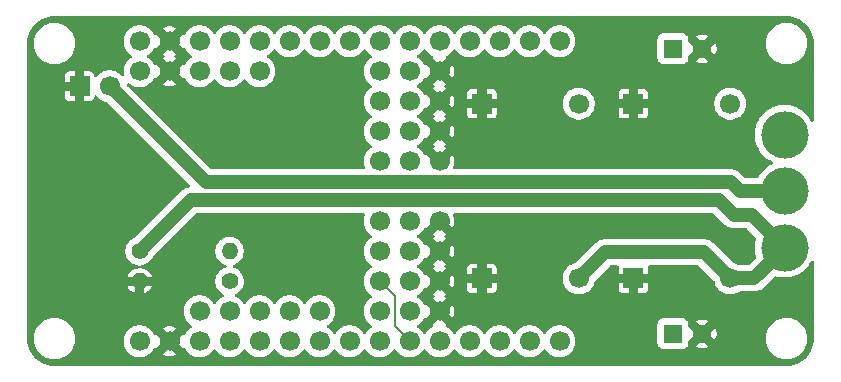
<source format=gbr>
%TF.GenerationSoftware,KiCad,Pcbnew,9.0.1-9.0.1-0~ubuntu22.04.1*%
%TF.CreationDate,2025-05-27T19:15:10+02:00*%
%TF.ProjectId,kame32-pcb,6b616d65-3332-42d7-9063-622e6b696361,rev?*%
%TF.SameCoordinates,Original*%
%TF.FileFunction,Copper,L2,Bot*%
%TF.FilePolarity,Positive*%
%FSLAX46Y46*%
G04 Gerber Fmt 4.6, Leading zero omitted, Abs format (unit mm)*
G04 Created by KiCad (PCBNEW 9.0.1-9.0.1-0~ubuntu22.04.1) date 2025-05-27 19:15:10*
%MOMM*%
%LPD*%
G01*
G04 APERTURE LIST*
%TA.AperFunction,ComponentPad*%
%ADD10R,1.700000X1.700000*%
%TD*%
%TA.AperFunction,ComponentPad*%
%ADD11C,1.700000*%
%TD*%
%TA.AperFunction,ComponentPad*%
%ADD12C,1.400000*%
%TD*%
%TA.AperFunction,ComponentPad*%
%ADD13O,1.400000X1.400000*%
%TD*%
%TA.AperFunction,ComponentPad*%
%ADD14R,1.600000X1.600000*%
%TD*%
%TA.AperFunction,ComponentPad*%
%ADD15C,1.600000*%
%TD*%
%TA.AperFunction,ComponentPad*%
%ADD16C,4.000000*%
%TD*%
%TA.AperFunction,Conductor*%
%ADD17C,1.200000*%
%TD*%
%TA.AperFunction,Conductor*%
%ADD18C,0.200000*%
%TD*%
G04 APERTURE END LIST*
D10*
%TO.P,U1,1,-Vin*%
%TO.N,-BATT*%
X189005600Y-38303200D03*
D11*
%TO.P,U1,2,+Vin*%
%TO.N,+8V*%
X197205600Y-53103200D03*
D10*
%TO.P,U1,3,-Vout*%
%TO.N,-BATT*%
X189005600Y-53103200D03*
D11*
%TO.P,U1,4,+Vout*%
%TO.N,/Vs1*%
X197205600Y-38303200D03*
%TD*%
%TO.P,J3,1,Pin_1*%
%TO.N,Net-(J3-Pin_1)*%
X180340000Y-55880000D03*
%TO.P,J3,2,Pin_2*%
%TO.N,Net-(J3-Pin_2)*%
X180340000Y-53340000D03*
%TO.P,J3,3,Pin_3*%
%TO.N,Net-(J3-Pin_3)*%
X180340000Y-50800000D03*
%TO.P,J3,4,Pin_4*%
%TO.N,Net-(J3-Pin_4)*%
X180340000Y-48260000D03*
%TD*%
D12*
%TO.P,R2,1*%
%TO.N,Net-(U2-D27)*%
X167640000Y-53340000D03*
D13*
%TO.P,R2,2*%
%TO.N,-BATT*%
X160020000Y-53340000D03*
%TD*%
D11*
%TO.P,J7,1,Pin_1*%
%TO.N,Net-(J7-Pin_1)*%
X175260000Y-55880000D03*
%TO.P,J7,2,Pin_2*%
%TO.N,Net-(J7-Pin_2)*%
X172720000Y-55880000D03*
%TO.P,J7,3,Pin_3*%
%TO.N,Net-(J7-Pin_3)*%
X170180000Y-55880000D03*
%TO.P,J7,4,Pin_4*%
%TO.N,Net-(J7-Pin_4)*%
X167640000Y-55880000D03*
%TO.P,J7,5,Pin_5*%
%TO.N,Net-(J7-Pin_5)*%
X165100000Y-55880000D03*
%TD*%
%TO.P,J4,1,Pin_1*%
%TO.N,Net-(J4-Pin_1)*%
X180340000Y-43180000D03*
%TO.P,J4,2,Pin_2*%
%TO.N,Net-(J4-Pin_2)*%
X180340000Y-40640000D03*
%TO.P,J4,3,Pin_3*%
%TO.N,Net-(J4-Pin_3)*%
X180340000Y-38100000D03*
%TO.P,J4,4,Pin_4*%
%TO.N,Net-(J4-Pin_4)*%
X180340000Y-35560000D03*
%TD*%
D12*
%TO.P,R1,1*%
%TO.N,+8V*%
X160020000Y-50800000D03*
D13*
%TO.P,R1,2*%
%TO.N,Net-(U2-D27)*%
X167640000Y-50800000D03*
%TD*%
D11*
%TO.P,J5,1,Pin_1*%
%TO.N,+BATT*%
X157480000Y-36830000D03*
D10*
%TO.P,J5,2,Pin_2*%
%TO.N,-BATT*%
X154940000Y-36830000D03*
%TD*%
D11*
%TO.P,J8,1,Pin_1*%
%TO.N,+8V*%
X160020000Y-35560000D03*
%TO.P,J8,2,Pin_2*%
%TO.N,-BATT*%
X162560000Y-35560000D03*
%TO.P,J8,3,Pin_3*%
%TO.N,Net-(J8-Pin_3)*%
X165100000Y-35560000D03*
%TO.P,J8,4,Pin_4*%
%TO.N,Net-(J8-Pin_4)*%
X167640000Y-35560000D03*
%TO.P,J8,5,Pin_5*%
%TO.N,Net-(J8-Pin_5)*%
X170180000Y-35560000D03*
%TD*%
D14*
%TO.P,C1,1*%
%TO.N,/Vs1*%
X205169887Y-33655000D03*
D15*
%TO.P,C1,2*%
%TO.N,-BATT*%
X207669887Y-33655000D03*
%TD*%
D14*
%TO.P,C2,1*%
%TO.N,/Vs2*%
X205169888Y-57785000D03*
D15*
%TO.P,C2,2*%
%TO.N,-BATT*%
X207669888Y-57785000D03*
%TD*%
D16*
%TO.P,SW1,1,A*%
%TO.N,unconnected-(SW1-A-Pad1)*%
X214630000Y-40920000D03*
%TO.P,SW1,2,B*%
%TO.N,+BATT*%
X214630000Y-45720000D03*
%TO.P,SW1,3,C*%
%TO.N,+8V*%
X214630000Y-50520000D03*
%TD*%
D11*
%TO.P,J2,1,Pin_1*%
%TO.N,/Vs1*%
X182880000Y-35560000D03*
%TO.P,J2,2,Pin_2*%
%TO.N,-BATT*%
X185420000Y-35560000D03*
%TO.P,J2,3,Pin_3*%
%TO.N,/Vs1*%
X182880000Y-38100000D03*
%TO.P,J2,4,Pin_4*%
%TO.N,-BATT*%
X185420000Y-38100000D03*
%TO.P,J2,5,Pin_5*%
%TO.N,/Vs1*%
X182880000Y-40640000D03*
%TO.P,J2,6,Pin_6*%
%TO.N,-BATT*%
X185420000Y-40640000D03*
%TO.P,J2,7,Pin_7*%
%TO.N,/Vs1*%
X182880000Y-43180000D03*
%TO.P,J2,8,Pin_8*%
%TO.N,-BATT*%
X185420000Y-43180000D03*
%TD*%
%TO.P,U2,1,VIN*%
%TO.N,+8V*%
X160020000Y-33020000D03*
%TO.P,U2,2,GND*%
%TO.N,-BATT*%
X162560000Y-33020000D03*
%TO.P,U2,3,D13*%
%TO.N,Net-(J8-Pin_3)*%
X165100000Y-33020000D03*
%TO.P,U2,4,D12*%
%TO.N,Net-(J8-Pin_4)*%
X167640000Y-33020000D03*
%TO.P,U2,5,D14*%
%TO.N,Net-(J8-Pin_5)*%
X170180000Y-33020000D03*
%TO.P,U2,6,D27*%
%TO.N,Net-(U2-D27)*%
X172720000Y-33020000D03*
%TO.P,U2,7,D26*%
%TO.N,Net-(J4-Pin_1)*%
X175260000Y-33020000D03*
%TO.P,U2,8,D25*%
%TO.N,Net-(J4-Pin_2)*%
X177800000Y-33020000D03*
%TO.P,U2,9,E33*%
%TO.N,Net-(J4-Pin_3)*%
X180340000Y-33020000D03*
%TO.P,U2,10,D32*%
%TO.N,Net-(J4-Pin_4)*%
X182880000Y-33020000D03*
%TO.P,U2,11,D35*%
%TO.N,unconnected-(U2-D35-Pad11)*%
X185420000Y-33020000D03*
%TO.P,U2,12,D34*%
%TO.N,unconnected-(U2-D34-Pad12)*%
X187960000Y-33020000D03*
%TO.P,U2,13,VN*%
%TO.N,unconnected-(U2-VN-Pad13)*%
X190500000Y-33020000D03*
%TO.P,U2,14,VP*%
%TO.N,unconnected-(U2-VP-Pad14)*%
X193040000Y-33020000D03*
%TO.P,U2,15,EN*%
%TO.N,unconnected-(U2-EN-Pad15)*%
X195580000Y-33020000D03*
%TO.P,U2,16,3V3*%
%TO.N,unconnected-(U2-3V3-Pad16)*%
X160020000Y-58420000D03*
%TO.P,U2,17,GND*%
%TO.N,-BATT*%
X162560000Y-58420000D03*
%TO.P,U2,18,D15*%
%TO.N,Net-(J7-Pin_5)*%
X165100000Y-58420000D03*
%TO.P,U2,19,D2*%
%TO.N,Net-(J7-Pin_4)*%
X167640000Y-58420000D03*
%TO.P,U2,20,D4*%
%TO.N,Net-(J7-Pin_3)*%
X170180000Y-58420000D03*
%TO.P,U2,21,RX2*%
%TO.N,Net-(J7-Pin_2)*%
X172720000Y-58420000D03*
%TO.P,U2,22,TX2*%
%TO.N,Net-(J7-Pin_1)*%
X175260000Y-58420000D03*
%TO.P,U2,23,D5*%
%TO.N,Net-(J3-Pin_4)*%
X177800000Y-58420000D03*
%TO.P,U2,24,D18*%
%TO.N,Net-(J3-Pin_3)*%
X180340000Y-58420000D03*
%TO.P,U2,25,D19*%
%TO.N,Net-(J3-Pin_2)*%
X182880000Y-58420000D03*
%TO.P,U2,26,D21*%
%TO.N,Net-(J3-Pin_1)*%
X185420000Y-58420000D03*
%TO.P,U2,27,RX0*%
%TO.N,unconnected-(U2-RX0-Pad27)*%
X187960000Y-58420000D03*
%TO.P,U2,28,TX0*%
%TO.N,unconnected-(U2-TX0-Pad28)*%
X190500000Y-58420000D03*
%TO.P,U2,29,D22*%
%TO.N,unconnected-(U2-D22-Pad29)*%
X193040000Y-58420000D03*
%TO.P,U2,30,D23*%
%TO.N,unconnected-(U2-D23-Pad30)*%
X195580000Y-58420000D03*
%TD*%
%TO.P,J6,8,Pin_8*%
%TO.N,-BATT*%
X185420000Y-55880000D03*
%TO.P,J6,7,Pin_7*%
%TO.N,/Vs2*%
X182880000Y-55880000D03*
%TO.P,J6,6,Pin_6*%
%TO.N,-BATT*%
X185420000Y-53340000D03*
%TO.P,J6,5,Pin_5*%
%TO.N,/Vs2*%
X182880000Y-53340000D03*
%TO.P,J6,4,Pin_4*%
%TO.N,-BATT*%
X185420000Y-50800000D03*
%TO.P,J6,3,Pin_3*%
%TO.N,/Vs2*%
X182880000Y-50800000D03*
%TO.P,J6,2,Pin_2*%
%TO.N,-BATT*%
X185420000Y-48260000D03*
%TO.P,J6,1,Pin_1*%
%TO.N,/Vs2*%
X182880000Y-48260000D03*
%TD*%
%TO.P,U3,4,+Vout*%
%TO.N,/Vs2*%
X210028400Y-38303200D03*
D10*
%TO.P,U3,3,-Vout*%
%TO.N,-BATT*%
X201828400Y-53103200D03*
D11*
%TO.P,U3,2,+Vin*%
%TO.N,+8V*%
X210028400Y-53103200D03*
D10*
%TO.P,U3,1,-Vin*%
%TO.N,-BATT*%
X201828400Y-38303200D03*
%TD*%
D17*
%TO.N,+BATT*%
X157480000Y-36830000D02*
X165608000Y-44958000D01*
X165608000Y-44958000D02*
X210058000Y-44958000D01*
X210058000Y-44958000D02*
X210820000Y-45720000D01*
X210820000Y-45720000D02*
X214630000Y-45720000D01*
%TO.N,+8V*%
X214630000Y-50520000D02*
X211862000Y-47752000D01*
X211862000Y-47752000D02*
X210312000Y-47752000D01*
X210312000Y-47752000D02*
X209042000Y-46482000D01*
X209042000Y-46482000D02*
X164338000Y-46482000D01*
X164338000Y-46482000D02*
X160020000Y-50800000D01*
D18*
%TO.N,Net-(J3-Pin_2)*%
X180340000Y-53340000D02*
X181610000Y-54610000D01*
X181610000Y-54610000D02*
X181610000Y-57150000D01*
X181610000Y-57150000D02*
X182880000Y-58420000D01*
D17*
%TO.N,+8V*%
X210028400Y-53103200D02*
X212046800Y-53103200D01*
X212046800Y-53103200D02*
X214630000Y-50520000D01*
X197205600Y-53103200D02*
X199407200Y-50901600D01*
X199407200Y-50901600D02*
X207826800Y-50901600D01*
X207826800Y-50901600D02*
X210028400Y-53103200D01*
%TD*%
%TA.AperFunction,Conductor*%
%TO.N,-BATT*%
G36*
X214734107Y-30900500D02*
G01*
X214796249Y-30900500D01*
X214803735Y-30900726D01*
X215069691Y-30916813D01*
X215084548Y-30918617D01*
X215342931Y-30965967D01*
X215357468Y-30969551D01*
X215608247Y-31047697D01*
X215622248Y-31053006D01*
X215861791Y-31160816D01*
X215875049Y-31167775D01*
X216099844Y-31303667D01*
X216112162Y-31312169D01*
X216224209Y-31399952D01*
X216318948Y-31474175D01*
X216330156Y-31484105D01*
X216515893Y-31669842D01*
X216525823Y-31681050D01*
X216667258Y-31861579D01*
X216687825Y-31887830D01*
X216696329Y-31900150D01*
X216782889Y-32043338D01*
X216832225Y-32124949D01*
X216839184Y-32138208D01*
X216946994Y-32377752D01*
X216952303Y-32391753D01*
X217030448Y-32642529D01*
X217034032Y-32657068D01*
X217081381Y-32915447D01*
X217083186Y-32930311D01*
X217099273Y-33196247D01*
X217099499Y-33203734D01*
X217099499Y-39741621D01*
X217079814Y-39808660D01*
X217027010Y-39854415D01*
X216957852Y-39864359D01*
X216894296Y-39835334D01*
X216863779Y-39795423D01*
X216821946Y-39708557D01*
X216725307Y-39554757D01*
X216672523Y-39470752D01*
X216497416Y-39251175D01*
X216298825Y-39052584D01*
X216079248Y-38877477D01*
X215841445Y-38728055D01*
X215841442Y-38728053D01*
X215588411Y-38606200D01*
X215323329Y-38513443D01*
X215323317Y-38513439D01*
X215049512Y-38450945D01*
X215049494Y-38450942D01*
X214770431Y-38419500D01*
X214770425Y-38419500D01*
X214489575Y-38419500D01*
X214489568Y-38419500D01*
X214210505Y-38450942D01*
X214210487Y-38450945D01*
X213936682Y-38513439D01*
X213936670Y-38513443D01*
X213671588Y-38606200D01*
X213418557Y-38728053D01*
X213180753Y-38877476D01*
X212961175Y-39052583D01*
X212762583Y-39251175D01*
X212587476Y-39470753D01*
X212438053Y-39708557D01*
X212316200Y-39961588D01*
X212223443Y-40226670D01*
X212223439Y-40226682D01*
X212160945Y-40500487D01*
X212160942Y-40500505D01*
X212129500Y-40779568D01*
X212129500Y-41060431D01*
X212160942Y-41339494D01*
X212160945Y-41339512D01*
X212223439Y-41613317D01*
X212223443Y-41613329D01*
X212316200Y-41878411D01*
X212438053Y-42131442D01*
X212484275Y-42205004D01*
X212587477Y-42369248D01*
X212762584Y-42588825D01*
X212961175Y-42787416D01*
X213180752Y-42962523D01*
X213418555Y-43111945D01*
X213418557Y-43111946D01*
X213618596Y-43208280D01*
X213670455Y-43255102D01*
X213688768Y-43322529D01*
X213667720Y-43389153D01*
X213618596Y-43431720D01*
X213418557Y-43528053D01*
X213180753Y-43677476D01*
X212961175Y-43852583D01*
X212762583Y-44051175D01*
X212587476Y-44270753D01*
X212438053Y-44508557D01*
X212418432Y-44549302D01*
X212371610Y-44601161D01*
X212306712Y-44619500D01*
X211327204Y-44619500D01*
X211260165Y-44599815D01*
X211239523Y-44583181D01*
X210774930Y-44118588D01*
X210774928Y-44118586D01*
X210634788Y-44016768D01*
X210480445Y-43938127D01*
X210315701Y-43884598D01*
X210315699Y-43884597D01*
X210315698Y-43884597D01*
X210184271Y-43863781D01*
X210144611Y-43857500D01*
X210144610Y-43857500D01*
X186680054Y-43857500D01*
X186613015Y-43837815D01*
X186567260Y-43785011D01*
X186557316Y-43715853D01*
X186569569Y-43677206D01*
X186578417Y-43659838D01*
X186639221Y-43472705D01*
X186670000Y-43278382D01*
X186670000Y-43081617D01*
X186639221Y-42887294D01*
X186578417Y-42700161D01*
X186540311Y-42625373D01*
X186540311Y-42625372D01*
X185920000Y-43245683D01*
X185920000Y-43114174D01*
X185885925Y-42987007D01*
X185820099Y-42872993D01*
X185727007Y-42779901D01*
X185612993Y-42714075D01*
X185485826Y-42680000D01*
X185354174Y-42680000D01*
X185227007Y-42714075D01*
X185112993Y-42779901D01*
X185019901Y-42872993D01*
X184954075Y-42987007D01*
X184920000Y-43114174D01*
X184920000Y-43245685D01*
X184299687Y-42625372D01*
X184282426Y-42628106D01*
X184268903Y-42642425D01*
X184201081Y-42659219D01*
X184134947Y-42636680D01*
X184095910Y-42591627D01*
X184035050Y-42472182D01*
X183910109Y-42300213D01*
X183759786Y-42149890D01*
X183635631Y-42059687D01*
X184865372Y-42059687D01*
X185420000Y-42614314D01*
X185420001Y-42614314D01*
X185974626Y-42059687D01*
X185897684Y-42020485D01*
X185846888Y-41972512D01*
X185830092Y-41904691D01*
X185852629Y-41838556D01*
X185897683Y-41799515D01*
X185974625Y-41760310D01*
X185420001Y-41205685D01*
X185420000Y-41205685D01*
X184898887Y-41726796D01*
X184983131Y-41832892D01*
X184986533Y-41841275D01*
X184993112Y-41847489D01*
X184999465Y-41873144D01*
X185009403Y-41897634D01*
X185007732Y-41906527D01*
X185009907Y-41915310D01*
X185001382Y-41940325D01*
X184996502Y-41966302D01*
X184990288Y-41972879D01*
X184987370Y-41981445D01*
X184958879Y-42006132D01*
X184948524Y-42017095D01*
X184945308Y-42017890D01*
X184942314Y-42020486D01*
X184865372Y-42059687D01*
X183635631Y-42059687D01*
X183587820Y-42024951D01*
X183587115Y-42024591D01*
X183579054Y-42020485D01*
X183528259Y-41972512D01*
X183511463Y-41904692D01*
X183533999Y-41838556D01*
X183579054Y-41799515D01*
X183587816Y-41795051D01*
X183681762Y-41726796D01*
X183759786Y-41670109D01*
X183759788Y-41670106D01*
X183759792Y-41670104D01*
X183910104Y-41519792D01*
X183910106Y-41519788D01*
X183910109Y-41519786D01*
X184035050Y-41347817D01*
X184039284Y-41339509D01*
X184095911Y-41228370D01*
X184143885Y-41177574D01*
X184211706Y-41160779D01*
X184277841Y-41183316D01*
X184285724Y-41192414D01*
X184299687Y-41194626D01*
X184854314Y-40640000D01*
X184854314Y-40639999D01*
X184788489Y-40574174D01*
X184920000Y-40574174D01*
X184920000Y-40705826D01*
X184954075Y-40832993D01*
X185019901Y-40947007D01*
X185112993Y-41040099D01*
X185227007Y-41105925D01*
X185354174Y-41140000D01*
X185485826Y-41140000D01*
X185612993Y-41105925D01*
X185727007Y-41040099D01*
X185820099Y-40947007D01*
X185885925Y-40832993D01*
X185920000Y-40705826D01*
X185920000Y-40639999D01*
X185985685Y-40639999D01*
X185985685Y-40640000D01*
X186540310Y-41194625D01*
X186578418Y-41119835D01*
X186639221Y-40932705D01*
X186670000Y-40738382D01*
X186670000Y-40541617D01*
X186639221Y-40347294D01*
X186578417Y-40160161D01*
X186540311Y-40085373D01*
X186540311Y-40085372D01*
X185985685Y-40639999D01*
X185920000Y-40639999D01*
X185920000Y-40574174D01*
X185885925Y-40447007D01*
X185820099Y-40332993D01*
X185727007Y-40239901D01*
X185612993Y-40174075D01*
X185485826Y-40140000D01*
X185354174Y-40140000D01*
X185227007Y-40174075D01*
X185112993Y-40239901D01*
X185019901Y-40332993D01*
X184954075Y-40447007D01*
X184920000Y-40574174D01*
X184788489Y-40574174D01*
X184299687Y-40085372D01*
X184282426Y-40088106D01*
X184268903Y-40102425D01*
X184201081Y-40119219D01*
X184134947Y-40096680D01*
X184095910Y-40051627D01*
X184035050Y-39932182D01*
X183910109Y-39760213D01*
X183759786Y-39609890D01*
X183635631Y-39519687D01*
X184865372Y-39519687D01*
X185420000Y-40074314D01*
X185420001Y-40074314D01*
X185974626Y-39519687D01*
X185897684Y-39480485D01*
X185846888Y-39432512D01*
X185830092Y-39364691D01*
X185852629Y-39298556D01*
X185897683Y-39259515D01*
X185974625Y-39220310D01*
X185938994Y-39184679D01*
X187755601Y-39184679D01*
X187770435Y-39278349D01*
X187770437Y-39278355D01*
X187827956Y-39391241D01*
X187827963Y-39391250D01*
X187917549Y-39480836D01*
X187917553Y-39480839D01*
X188030455Y-39538366D01*
X188124114Y-39553199D01*
X188605599Y-39553199D01*
X189405600Y-39553199D01*
X189887079Y-39553199D01*
X189980749Y-39538364D01*
X189980755Y-39538362D01*
X190093641Y-39480843D01*
X190093650Y-39480836D01*
X190183236Y-39391250D01*
X190183239Y-39391246D01*
X190240766Y-39278344D01*
X190255600Y-39184686D01*
X190255600Y-38703200D01*
X189405600Y-38703200D01*
X189405600Y-39553199D01*
X188605599Y-39553199D01*
X188605600Y-39553198D01*
X188605600Y-38703200D01*
X187755601Y-38703200D01*
X187755601Y-39184679D01*
X185938994Y-39184679D01*
X185420001Y-38665685D01*
X185420000Y-38665685D01*
X184898887Y-39186796D01*
X184983131Y-39292892D01*
X184986533Y-39301275D01*
X184993112Y-39307489D01*
X184999465Y-39333144D01*
X185009403Y-39357634D01*
X185007732Y-39366527D01*
X185009907Y-39375310D01*
X185001382Y-39400325D01*
X184996502Y-39426302D01*
X184990288Y-39432879D01*
X184987370Y-39441445D01*
X184958879Y-39466132D01*
X184948524Y-39477095D01*
X184945308Y-39477890D01*
X184942314Y-39480486D01*
X184865372Y-39519687D01*
X183635631Y-39519687D01*
X183587820Y-39484951D01*
X183587115Y-39484591D01*
X183579054Y-39480485D01*
X183528259Y-39432512D01*
X183511463Y-39364692D01*
X183533999Y-39298556D01*
X183579054Y-39259515D01*
X183587816Y-39255051D01*
X183684666Y-39184686D01*
X183759786Y-39130109D01*
X183759788Y-39130106D01*
X183759792Y-39130104D01*
X183910104Y-38979792D01*
X183910106Y-38979788D01*
X183910109Y-38979786D01*
X184025026Y-38821614D01*
X184035051Y-38807816D01*
X184095911Y-38688370D01*
X184143885Y-38637574D01*
X184211706Y-38620779D01*
X184277841Y-38643316D01*
X184285724Y-38652414D01*
X184299687Y-38654626D01*
X184854314Y-38100000D01*
X184854314Y-38099999D01*
X184788489Y-38034174D01*
X184920000Y-38034174D01*
X184920000Y-38165826D01*
X184954075Y-38292993D01*
X185019901Y-38407007D01*
X185112993Y-38500099D01*
X185227007Y-38565925D01*
X185354174Y-38600000D01*
X185485826Y-38600000D01*
X185612993Y-38565925D01*
X185727007Y-38500099D01*
X185820099Y-38407007D01*
X185885925Y-38292993D01*
X185920000Y-38165826D01*
X185920000Y-38099999D01*
X185985685Y-38099999D01*
X185985685Y-38100000D01*
X186540310Y-38654625D01*
X186570415Y-38595543D01*
X186570415Y-38595542D01*
X186570416Y-38595541D01*
X186578419Y-38579834D01*
X186639221Y-38392705D01*
X186663824Y-38237374D01*
X188505600Y-38237374D01*
X188505600Y-38369026D01*
X188539675Y-38496193D01*
X188605501Y-38610207D01*
X188698593Y-38703299D01*
X188812607Y-38769125D01*
X188939774Y-38803200D01*
X189071426Y-38803200D01*
X189198593Y-38769125D01*
X189312607Y-38703299D01*
X189405699Y-38610207D01*
X189471525Y-38496193D01*
X189505600Y-38369026D01*
X189505600Y-38237374D01*
X189494758Y-38196913D01*
X195855100Y-38196913D01*
X195855100Y-38409487D01*
X195856170Y-38416243D01*
X195888190Y-38618412D01*
X195888354Y-38619443D01*
X195949560Y-38807816D01*
X195954044Y-38821614D01*
X196050551Y-39011020D01*
X196175490Y-39182986D01*
X196325813Y-39333309D01*
X196497779Y-39458248D01*
X196497781Y-39458249D01*
X196497784Y-39458251D01*
X196687188Y-39554757D01*
X196889357Y-39620446D01*
X197099313Y-39653700D01*
X197099314Y-39653700D01*
X197311886Y-39653700D01*
X197311887Y-39653700D01*
X197521843Y-39620446D01*
X197724012Y-39554757D01*
X197913416Y-39458251D01*
X198005636Y-39391250D01*
X198085386Y-39333309D01*
X198085388Y-39333306D01*
X198085392Y-39333304D01*
X198234017Y-39184679D01*
X200578401Y-39184679D01*
X200593235Y-39278349D01*
X200593237Y-39278355D01*
X200650756Y-39391241D01*
X200650763Y-39391250D01*
X200740349Y-39480836D01*
X200740353Y-39480839D01*
X200853255Y-39538366D01*
X200946914Y-39553199D01*
X201428399Y-39553199D01*
X202228400Y-39553199D01*
X202709879Y-39553199D01*
X202803549Y-39538364D01*
X202803555Y-39538362D01*
X202916441Y-39480843D01*
X202916450Y-39480836D01*
X203006036Y-39391250D01*
X203006039Y-39391246D01*
X203063566Y-39278344D01*
X203078400Y-39184686D01*
X203078400Y-38703200D01*
X202228400Y-38703200D01*
X202228400Y-39553199D01*
X201428399Y-39553199D01*
X201428400Y-39553198D01*
X201428400Y-38703200D01*
X200578401Y-38703200D01*
X200578401Y-39184679D01*
X198234017Y-39184679D01*
X198235704Y-39182992D01*
X198235706Y-39182988D01*
X198235709Y-39182986D01*
X198360648Y-39011020D01*
X198360647Y-39011020D01*
X198360651Y-39011016D01*
X198457157Y-38821612D01*
X198522846Y-38619443D01*
X198556100Y-38409487D01*
X198556100Y-38237374D01*
X201328400Y-38237374D01*
X201328400Y-38369026D01*
X201362475Y-38496193D01*
X201428301Y-38610207D01*
X201521393Y-38703299D01*
X201635407Y-38769125D01*
X201762574Y-38803200D01*
X201894226Y-38803200D01*
X202021393Y-38769125D01*
X202135407Y-38703299D01*
X202228499Y-38610207D01*
X202294325Y-38496193D01*
X202328400Y-38369026D01*
X202328400Y-38237374D01*
X202317558Y-38196913D01*
X208677900Y-38196913D01*
X208677900Y-38409487D01*
X208678970Y-38416243D01*
X208710990Y-38618412D01*
X208711154Y-38619443D01*
X208772360Y-38807816D01*
X208776844Y-38821614D01*
X208873351Y-39011020D01*
X208998290Y-39182986D01*
X209148613Y-39333309D01*
X209320579Y-39458248D01*
X209320581Y-39458249D01*
X209320584Y-39458251D01*
X209509988Y-39554757D01*
X209712157Y-39620446D01*
X209922113Y-39653700D01*
X209922114Y-39653700D01*
X210134686Y-39653700D01*
X210134687Y-39653700D01*
X210344643Y-39620446D01*
X210546812Y-39554757D01*
X210736216Y-39458251D01*
X210828436Y-39391250D01*
X210908186Y-39333309D01*
X210908188Y-39333306D01*
X210908192Y-39333304D01*
X211058504Y-39182992D01*
X211058506Y-39182988D01*
X211058509Y-39182986D01*
X211183448Y-39011020D01*
X211183447Y-39011020D01*
X211183451Y-39011016D01*
X211279957Y-38821612D01*
X211345646Y-38619443D01*
X211378900Y-38409487D01*
X211378900Y-38196913D01*
X211345646Y-37986957D01*
X211279957Y-37784788D01*
X211183451Y-37595384D01*
X211183449Y-37595381D01*
X211183448Y-37595379D01*
X211058509Y-37423413D01*
X210908186Y-37273090D01*
X210736220Y-37148151D01*
X210546814Y-37051644D01*
X210546813Y-37051643D01*
X210546812Y-37051643D01*
X210344643Y-36985954D01*
X210344641Y-36985953D01*
X210344640Y-36985953D01*
X210183357Y-36960408D01*
X210134687Y-36952700D01*
X209922113Y-36952700D01*
X209873442Y-36960408D01*
X209712160Y-36985953D01*
X209509985Y-37051644D01*
X209320579Y-37148151D01*
X209148613Y-37273090D01*
X208998290Y-37423413D01*
X208873351Y-37595379D01*
X208776844Y-37784785D01*
X208711153Y-37986960D01*
X208683467Y-38161764D01*
X208677900Y-38196913D01*
X202317558Y-38196913D01*
X202294325Y-38110207D01*
X202228499Y-37996193D01*
X202135506Y-37903200D01*
X202228400Y-37903200D01*
X203078399Y-37903200D01*
X203078399Y-37421720D01*
X203063564Y-37328050D01*
X203063562Y-37328044D01*
X203006043Y-37215158D01*
X203006036Y-37215149D01*
X202916450Y-37125563D01*
X202916446Y-37125560D01*
X202803544Y-37068033D01*
X202709886Y-37053200D01*
X202228400Y-37053200D01*
X202228400Y-37903200D01*
X202135506Y-37903200D01*
X202135407Y-37903101D01*
X202021393Y-37837275D01*
X201894226Y-37803200D01*
X201762574Y-37803200D01*
X201635407Y-37837275D01*
X201521393Y-37903101D01*
X201428301Y-37996193D01*
X201362475Y-38110207D01*
X201328400Y-38237374D01*
X198556100Y-38237374D01*
X198556100Y-38196913D01*
X198522846Y-37986957D01*
X198457157Y-37784788D01*
X198360651Y-37595384D01*
X198316281Y-37534314D01*
X198283891Y-37489732D01*
X198283890Y-37489729D01*
X198235709Y-37423414D01*
X198235705Y-37423409D01*
X198234009Y-37421713D01*
X200578400Y-37421713D01*
X200578400Y-37903200D01*
X201428400Y-37903200D01*
X201428400Y-37053200D01*
X200946920Y-37053200D01*
X200853250Y-37068035D01*
X200853244Y-37068037D01*
X200740358Y-37125556D01*
X200740349Y-37125563D01*
X200650763Y-37215149D01*
X200650760Y-37215153D01*
X200593233Y-37328055D01*
X200578400Y-37421713D01*
X198234009Y-37421713D01*
X198085386Y-37273090D01*
X197913420Y-37148151D01*
X197724014Y-37051644D01*
X197724013Y-37051643D01*
X197724012Y-37051643D01*
X197521843Y-36985954D01*
X197521841Y-36985953D01*
X197521840Y-36985953D01*
X197360557Y-36960408D01*
X197311887Y-36952700D01*
X197099313Y-36952700D01*
X197050642Y-36960408D01*
X196889360Y-36985953D01*
X196687185Y-37051644D01*
X196497779Y-37148151D01*
X196325813Y-37273090D01*
X196175490Y-37423413D01*
X196050551Y-37595379D01*
X195954044Y-37784785D01*
X195888353Y-37986960D01*
X195860667Y-38161764D01*
X195855100Y-38196913D01*
X189494758Y-38196913D01*
X189471525Y-38110207D01*
X189405699Y-37996193D01*
X189312706Y-37903200D01*
X189405600Y-37903200D01*
X190255599Y-37903200D01*
X190255599Y-37421720D01*
X190240764Y-37328050D01*
X190240762Y-37328044D01*
X190183243Y-37215158D01*
X190183236Y-37215149D01*
X190093650Y-37125563D01*
X190093646Y-37125560D01*
X189980744Y-37068033D01*
X189887086Y-37053200D01*
X189405600Y-37053200D01*
X189405600Y-37903200D01*
X189312706Y-37903200D01*
X189312607Y-37903101D01*
X189198593Y-37837275D01*
X189071426Y-37803200D01*
X188939774Y-37803200D01*
X188812607Y-37837275D01*
X188698593Y-37903101D01*
X188605501Y-37996193D01*
X188539675Y-38110207D01*
X188505600Y-38237374D01*
X186663824Y-38237374D01*
X186670000Y-38198382D01*
X186670000Y-38001617D01*
X186639221Y-37807294D01*
X186578417Y-37620161D01*
X186540311Y-37545373D01*
X186540311Y-37545372D01*
X185985685Y-38099999D01*
X185920000Y-38099999D01*
X185920000Y-38034174D01*
X185885925Y-37907007D01*
X185820099Y-37792993D01*
X185727007Y-37699901D01*
X185612993Y-37634075D01*
X185485826Y-37600000D01*
X185354174Y-37600000D01*
X185227007Y-37634075D01*
X185112993Y-37699901D01*
X185019901Y-37792993D01*
X184954075Y-37907007D01*
X184920000Y-38034174D01*
X184788489Y-38034174D01*
X184299687Y-37545372D01*
X184282426Y-37548106D01*
X184268903Y-37562425D01*
X184201081Y-37579219D01*
X184134947Y-37556680D01*
X184095910Y-37511627D01*
X184084752Y-37489729D01*
X184035051Y-37392184D01*
X184035050Y-37392182D01*
X183910109Y-37220213D01*
X183759786Y-37069890D01*
X183635631Y-36979687D01*
X184865372Y-36979687D01*
X185420000Y-37534314D01*
X185420001Y-37534314D01*
X185532602Y-37421713D01*
X187755600Y-37421713D01*
X187755600Y-37903200D01*
X188605600Y-37903200D01*
X188605600Y-37053200D01*
X188124120Y-37053200D01*
X188030450Y-37068035D01*
X188030444Y-37068037D01*
X187917558Y-37125556D01*
X187917549Y-37125563D01*
X187827963Y-37215149D01*
X187827960Y-37215153D01*
X187770433Y-37328055D01*
X187755600Y-37421713D01*
X185532602Y-37421713D01*
X185974626Y-36979687D01*
X185897684Y-36940485D01*
X185846888Y-36892512D01*
X185830092Y-36824691D01*
X185852629Y-36758556D01*
X185897683Y-36719515D01*
X185974625Y-36680310D01*
X185420001Y-36125685D01*
X185420000Y-36125685D01*
X184898887Y-36646796D01*
X184983131Y-36752892D01*
X184986533Y-36761275D01*
X184993112Y-36767489D01*
X184999465Y-36793144D01*
X185009403Y-36817634D01*
X185007732Y-36826527D01*
X185009907Y-36835310D01*
X185001382Y-36860325D01*
X184996502Y-36886302D01*
X184990288Y-36892879D01*
X184987370Y-36901445D01*
X184958879Y-36926132D01*
X184948524Y-36937095D01*
X184945308Y-36937890D01*
X184942314Y-36940486D01*
X184865372Y-36979687D01*
X183635631Y-36979687D01*
X183587820Y-36944951D01*
X183587115Y-36944591D01*
X183579054Y-36940485D01*
X183528259Y-36892512D01*
X183511463Y-36824692D01*
X183533999Y-36758556D01*
X183579054Y-36719515D01*
X183587816Y-36715051D01*
X183635633Y-36680310D01*
X183759786Y-36590109D01*
X183759788Y-36590106D01*
X183759792Y-36590104D01*
X183910104Y-36439792D01*
X183910106Y-36439788D01*
X183910109Y-36439786D01*
X184035050Y-36267817D01*
X184035052Y-36267815D01*
X184095911Y-36148370D01*
X184143885Y-36097574D01*
X184211706Y-36080779D01*
X184277841Y-36103316D01*
X184285724Y-36112414D01*
X184299687Y-36114626D01*
X184854314Y-35560000D01*
X184854314Y-35559999D01*
X184788489Y-35494174D01*
X184920000Y-35494174D01*
X184920000Y-35625826D01*
X184954075Y-35752993D01*
X185019901Y-35867007D01*
X185112993Y-35960099D01*
X185227007Y-36025925D01*
X185354174Y-36060000D01*
X185485826Y-36060000D01*
X185612993Y-36025925D01*
X185727007Y-35960099D01*
X185820099Y-35867007D01*
X185885925Y-35752993D01*
X185920000Y-35625826D01*
X185920000Y-35559999D01*
X185985685Y-35559999D01*
X185985685Y-35560000D01*
X186540310Y-36114625D01*
X186578418Y-36039835D01*
X186639221Y-35852705D01*
X186670000Y-35658382D01*
X186670000Y-35461617D01*
X186639221Y-35267294D01*
X186578417Y-35080161D01*
X186540311Y-35005373D01*
X186540311Y-35005372D01*
X185985685Y-35559999D01*
X185920000Y-35559999D01*
X185920000Y-35494174D01*
X185885925Y-35367007D01*
X185820099Y-35252993D01*
X185727007Y-35159901D01*
X185612993Y-35094075D01*
X185485826Y-35060000D01*
X185354174Y-35060000D01*
X185227007Y-35094075D01*
X185112993Y-35159901D01*
X185019901Y-35252993D01*
X184954075Y-35367007D01*
X184920000Y-35494174D01*
X184788489Y-35494174D01*
X184299687Y-35005372D01*
X184282426Y-35008106D01*
X184268903Y-35022425D01*
X184201081Y-35039219D01*
X184134947Y-35016680D01*
X184095910Y-34971627D01*
X184087692Y-34955499D01*
X184035051Y-34852184D01*
X184035050Y-34852182D01*
X183910109Y-34680213D01*
X183759786Y-34529890D01*
X183587820Y-34404951D01*
X183587115Y-34404591D01*
X183579054Y-34400485D01*
X183528259Y-34352512D01*
X183511463Y-34284692D01*
X183533999Y-34218556D01*
X183579054Y-34179515D01*
X183587816Y-34175051D01*
X183681762Y-34106796D01*
X183759786Y-34050109D01*
X183759788Y-34050106D01*
X183759792Y-34050104D01*
X183910104Y-33899792D01*
X183910106Y-33899788D01*
X183910109Y-33899786D01*
X184035048Y-33727820D01*
X184035050Y-33727817D01*
X184035051Y-33727816D01*
X184039514Y-33719054D01*
X184087488Y-33668259D01*
X184155308Y-33651463D01*
X184221444Y-33673999D01*
X184260486Y-33719056D01*
X184264951Y-33727820D01*
X184389890Y-33899786D01*
X184540213Y-34050109D01*
X184712182Y-34175050D01*
X184712184Y-34175051D01*
X184815103Y-34227491D01*
X184831627Y-34235910D01*
X184882424Y-34283884D01*
X184899219Y-34351705D01*
X184876682Y-34417840D01*
X184867584Y-34425723D01*
X184865372Y-34439687D01*
X185420000Y-34994314D01*
X185420001Y-34994314D01*
X185974626Y-34439687D01*
X185971892Y-34422429D01*
X185957574Y-34408906D01*
X185940779Y-34341085D01*
X185963317Y-34274950D01*
X186008371Y-34235911D01*
X186015719Y-34232167D01*
X186127816Y-34175051D01*
X186221762Y-34106796D01*
X186299786Y-34050109D01*
X186299788Y-34050106D01*
X186299792Y-34050104D01*
X186450104Y-33899792D01*
X186450106Y-33899788D01*
X186450109Y-33899786D01*
X186575048Y-33727820D01*
X186575050Y-33727817D01*
X186575051Y-33727816D01*
X186579514Y-33719054D01*
X186627488Y-33668259D01*
X186695308Y-33651463D01*
X186761444Y-33673999D01*
X186800486Y-33719056D01*
X186804951Y-33727820D01*
X186929890Y-33899786D01*
X187080213Y-34050109D01*
X187252179Y-34175048D01*
X187252181Y-34175049D01*
X187252184Y-34175051D01*
X187441588Y-34271557D01*
X187643757Y-34337246D01*
X187853713Y-34370500D01*
X187853714Y-34370500D01*
X188066286Y-34370500D01*
X188066287Y-34370500D01*
X188276243Y-34337246D01*
X188478412Y-34271557D01*
X188667816Y-34175051D01*
X188761762Y-34106796D01*
X188839786Y-34050109D01*
X188839788Y-34050106D01*
X188839792Y-34050104D01*
X188990104Y-33899792D01*
X188990106Y-33899788D01*
X188990109Y-33899786D01*
X189115048Y-33727820D01*
X189115050Y-33727817D01*
X189115051Y-33727816D01*
X189119514Y-33719054D01*
X189167488Y-33668259D01*
X189235308Y-33651463D01*
X189301444Y-33673999D01*
X189340486Y-33719056D01*
X189344951Y-33727820D01*
X189469890Y-33899786D01*
X189620213Y-34050109D01*
X189792179Y-34175048D01*
X189792181Y-34175049D01*
X189792184Y-34175051D01*
X189981588Y-34271557D01*
X190183757Y-34337246D01*
X190393713Y-34370500D01*
X190393714Y-34370500D01*
X190606286Y-34370500D01*
X190606287Y-34370500D01*
X190816243Y-34337246D01*
X191018412Y-34271557D01*
X191207816Y-34175051D01*
X191301762Y-34106796D01*
X191379786Y-34050109D01*
X191379788Y-34050106D01*
X191379792Y-34050104D01*
X191530104Y-33899792D01*
X191530106Y-33899788D01*
X191530109Y-33899786D01*
X191655048Y-33727820D01*
X191655050Y-33727817D01*
X191655051Y-33727816D01*
X191659514Y-33719054D01*
X191707488Y-33668259D01*
X191775308Y-33651463D01*
X191841444Y-33673999D01*
X191880486Y-33719056D01*
X191884951Y-33727820D01*
X192009890Y-33899786D01*
X192160213Y-34050109D01*
X192332179Y-34175048D01*
X192332181Y-34175049D01*
X192332184Y-34175051D01*
X192521588Y-34271557D01*
X192723757Y-34337246D01*
X192933713Y-34370500D01*
X192933714Y-34370500D01*
X193146286Y-34370500D01*
X193146287Y-34370500D01*
X193356243Y-34337246D01*
X193558412Y-34271557D01*
X193747816Y-34175051D01*
X193841762Y-34106796D01*
X193919786Y-34050109D01*
X193919788Y-34050106D01*
X193919792Y-34050104D01*
X194070104Y-33899792D01*
X194070106Y-33899788D01*
X194070109Y-33899786D01*
X194195048Y-33727820D01*
X194195050Y-33727817D01*
X194195051Y-33727816D01*
X194199514Y-33719054D01*
X194247488Y-33668259D01*
X194315308Y-33651463D01*
X194381444Y-33673999D01*
X194420486Y-33719056D01*
X194424951Y-33727820D01*
X194549890Y-33899786D01*
X194700213Y-34050109D01*
X194872179Y-34175048D01*
X194872181Y-34175049D01*
X194872184Y-34175051D01*
X195061588Y-34271557D01*
X195263757Y-34337246D01*
X195473713Y-34370500D01*
X195473714Y-34370500D01*
X195686286Y-34370500D01*
X195686287Y-34370500D01*
X195896243Y-34337246D01*
X196098412Y-34271557D01*
X196287816Y-34175051D01*
X196381762Y-34106796D01*
X196459786Y-34050109D01*
X196459788Y-34050106D01*
X196459792Y-34050104D01*
X196610104Y-33899792D01*
X196610106Y-33899788D01*
X196610109Y-33899786D01*
X196735048Y-33727820D01*
X196735050Y-33727817D01*
X196735051Y-33727816D01*
X196831557Y-33538412D01*
X196897246Y-33336243D01*
X196930500Y-33126287D01*
X196930500Y-32913713D01*
X196930500Y-32913712D01*
X196916165Y-32823203D01*
X196913620Y-32807135D01*
X203869387Y-32807135D01*
X203869387Y-34502870D01*
X203869388Y-34502876D01*
X203875795Y-34562483D01*
X203926089Y-34697328D01*
X203926093Y-34697335D01*
X204012339Y-34812544D01*
X204012342Y-34812547D01*
X204127551Y-34898793D01*
X204127558Y-34898797D01*
X204262404Y-34949091D01*
X204262403Y-34949091D01*
X204269331Y-34949835D01*
X204322014Y-34955500D01*
X206017759Y-34955499D01*
X206077370Y-34949091D01*
X206212218Y-34898796D01*
X206327433Y-34812546D01*
X206383136Y-34738136D01*
X207152435Y-34738136D01*
X207209246Y-34767084D01*
X207209249Y-34767085D01*
X207388884Y-34825452D01*
X207575440Y-34855000D01*
X207764334Y-34855000D01*
X207950888Y-34825452D01*
X208130524Y-34767084D01*
X208187338Y-34738136D01*
X207669888Y-34220686D01*
X207669887Y-34220686D01*
X207152435Y-34738136D01*
X206383136Y-34738136D01*
X206413683Y-34697331D01*
X206463978Y-34562483D01*
X206470387Y-34502873D01*
X206470386Y-34299204D01*
X206490070Y-34232167D01*
X206542874Y-34186412D01*
X206577811Y-34181388D01*
X207104201Y-33655000D01*
X207104201Y-33654999D01*
X207051541Y-33602339D01*
X207269887Y-33602339D01*
X207269887Y-33707661D01*
X207297146Y-33809394D01*
X207349807Y-33900606D01*
X207424281Y-33975080D01*
X207515493Y-34027741D01*
X207617226Y-34055000D01*
X207722548Y-34055000D01*
X207824281Y-34027741D01*
X207915493Y-33975080D01*
X207989967Y-33900606D01*
X208042628Y-33809394D01*
X208069887Y-33707661D01*
X208069887Y-33654999D01*
X208235573Y-33654999D01*
X208235573Y-33655000D01*
X208753023Y-34172451D01*
X208781971Y-34115637D01*
X208840339Y-33936001D01*
X208869887Y-33749447D01*
X208869887Y-33560552D01*
X208840339Y-33373997D01*
X208781972Y-33194362D01*
X208781969Y-33194354D01*
X208753023Y-33137548D01*
X208235573Y-33654999D01*
X208069887Y-33654999D01*
X208069887Y-33602339D01*
X208042628Y-33500606D01*
X207989967Y-33409394D01*
X207915493Y-33334920D01*
X207824281Y-33282259D01*
X207722548Y-33255000D01*
X207617226Y-33255000D01*
X207515493Y-33282259D01*
X207424281Y-33334920D01*
X207349807Y-33409394D01*
X207297146Y-33500606D01*
X207269887Y-33602339D01*
X207051541Y-33602339D01*
X206577819Y-33128617D01*
X206544491Y-33124311D01*
X206491039Y-33079315D01*
X206470399Y-33012564D01*
X206470386Y-33010792D01*
X206470386Y-32807129D01*
X206470385Y-32807123D01*
X206470384Y-32807116D01*
X206463978Y-32747517D01*
X206451101Y-32712993D01*
X206430665Y-32658200D01*
X206430664Y-32658198D01*
X206413685Y-32612673D01*
X206413680Y-32612664D01*
X206383135Y-32571862D01*
X207152434Y-32571862D01*
X207669887Y-33089314D01*
X207669888Y-33089314D01*
X207673944Y-33085258D01*
X213049499Y-33085258D01*
X213049499Y-33314741D01*
X213071474Y-33481650D01*
X213079451Y-33542238D01*
X213126829Y-33719056D01*
X213138841Y-33763887D01*
X213226649Y-33975876D01*
X213226656Y-33975890D01*
X213341391Y-34174617D01*
X213481080Y-34356661D01*
X213481088Y-34356670D01*
X213643329Y-34518911D01*
X213643337Y-34518918D01*
X213643338Y-34518919D01*
X213693961Y-34557764D01*
X213825381Y-34658607D01*
X213825384Y-34658608D01*
X213825387Y-34658611D01*
X214024111Y-34773344D01*
X214024116Y-34773346D01*
X214024122Y-34773349D01*
X214115479Y-34811190D01*
X214236112Y-34861158D01*
X214457761Y-34920548D01*
X214685265Y-34950500D01*
X214685272Y-34950500D01*
X214914726Y-34950500D01*
X214914733Y-34950500D01*
X215142237Y-34920548D01*
X215363886Y-34861158D01*
X215575887Y-34773344D01*
X215774611Y-34658611D01*
X215956660Y-34518919D01*
X215956664Y-34518914D01*
X215956669Y-34518911D01*
X216118910Y-34356670D01*
X216118913Y-34356665D01*
X216118918Y-34356661D01*
X216258610Y-34174612D01*
X216373343Y-33975888D01*
X216461157Y-33763887D01*
X216520547Y-33542238D01*
X216550499Y-33314734D01*
X216550499Y-33085266D01*
X216520547Y-32857762D01*
X216461157Y-32636113D01*
X216405435Y-32501588D01*
X216373348Y-32424123D01*
X216373345Y-32424117D01*
X216373343Y-32424112D01*
X216258610Y-32225388D01*
X216258607Y-32225385D01*
X216258606Y-32225382D01*
X216118917Y-32043338D01*
X216118910Y-32043330D01*
X215956669Y-31881089D01*
X215956660Y-31881081D01*
X215774616Y-31741392D01*
X215575889Y-31626657D01*
X215575875Y-31626650D01*
X215363886Y-31538842D01*
X215142237Y-31479452D01*
X215102155Y-31474175D01*
X214914740Y-31449500D01*
X214914733Y-31449500D01*
X214685265Y-31449500D01*
X214685257Y-31449500D01*
X214468714Y-31478009D01*
X214457761Y-31479452D01*
X214440396Y-31484105D01*
X214236111Y-31538842D01*
X214024122Y-31626650D01*
X214024108Y-31626657D01*
X213825381Y-31741392D01*
X213643337Y-31881081D01*
X213481080Y-32043338D01*
X213341391Y-32225382D01*
X213226656Y-32424109D01*
X213226649Y-32424123D01*
X213138841Y-32636112D01*
X213135202Y-32649693D01*
X213093019Y-32807127D01*
X213079452Y-32857759D01*
X213079450Y-32857770D01*
X213049499Y-33085258D01*
X207673944Y-33085258D01*
X208187338Y-32571862D01*
X208187338Y-32571861D01*
X208130526Y-32542915D01*
X207950889Y-32484547D01*
X207764334Y-32455000D01*
X207575440Y-32455000D01*
X207388884Y-32484547D01*
X207209251Y-32542914D01*
X207209249Y-32542915D01*
X207152434Y-32571862D01*
X206383135Y-32571862D01*
X206327434Y-32497455D01*
X206327431Y-32497452D01*
X206212222Y-32411206D01*
X206212215Y-32411202D01*
X206077369Y-32360908D01*
X206077370Y-32360908D01*
X206017770Y-32354501D01*
X206017768Y-32354500D01*
X206017760Y-32354500D01*
X206017751Y-32354500D01*
X204322016Y-32354500D01*
X204322010Y-32354501D01*
X204262403Y-32360908D01*
X204127558Y-32411202D01*
X204127551Y-32411206D01*
X204012342Y-32497452D01*
X204012339Y-32497455D01*
X203926093Y-32612664D01*
X203926089Y-32612671D01*
X203875795Y-32747517D01*
X203869388Y-32807116D01*
X203869388Y-32807123D01*
X203869387Y-32807135D01*
X196913620Y-32807135D01*
X196904177Y-32747516D01*
X196897246Y-32703757D01*
X196831557Y-32501588D01*
X196735051Y-32312184D01*
X196735049Y-32312181D01*
X196735048Y-32312179D01*
X196610109Y-32140213D01*
X196459786Y-31989890D01*
X196287820Y-31864951D01*
X196098414Y-31768444D01*
X196098413Y-31768443D01*
X196098412Y-31768443D01*
X195896243Y-31702754D01*
X195896241Y-31702753D01*
X195896240Y-31702753D01*
X195721953Y-31675149D01*
X195686287Y-31669500D01*
X195473713Y-31669500D01*
X195438047Y-31675149D01*
X195263760Y-31702753D01*
X195061585Y-31768444D01*
X194872179Y-31864951D01*
X194700213Y-31989890D01*
X194549890Y-32140213D01*
X194424949Y-32312182D01*
X194420484Y-32320946D01*
X194372509Y-32371742D01*
X194304688Y-32388536D01*
X194238553Y-32365998D01*
X194199516Y-32320946D01*
X194195050Y-32312182D01*
X194070109Y-32140213D01*
X193919786Y-31989890D01*
X193747820Y-31864951D01*
X193558414Y-31768444D01*
X193558413Y-31768443D01*
X193558412Y-31768443D01*
X193356243Y-31702754D01*
X193356241Y-31702753D01*
X193356240Y-31702753D01*
X193181953Y-31675149D01*
X193146287Y-31669500D01*
X192933713Y-31669500D01*
X192898047Y-31675149D01*
X192723760Y-31702753D01*
X192521585Y-31768444D01*
X192332179Y-31864951D01*
X192160213Y-31989890D01*
X192009890Y-32140213D01*
X191884949Y-32312182D01*
X191880484Y-32320946D01*
X191832509Y-32371742D01*
X191764688Y-32388536D01*
X191698553Y-32365998D01*
X191659516Y-32320946D01*
X191655050Y-32312182D01*
X191530109Y-32140213D01*
X191379786Y-31989890D01*
X191207820Y-31864951D01*
X191018414Y-31768444D01*
X191018413Y-31768443D01*
X191018412Y-31768443D01*
X190816243Y-31702754D01*
X190816241Y-31702753D01*
X190816240Y-31702753D01*
X190641953Y-31675149D01*
X190606287Y-31669500D01*
X190393713Y-31669500D01*
X190358047Y-31675149D01*
X190183760Y-31702753D01*
X189981585Y-31768444D01*
X189792179Y-31864951D01*
X189620213Y-31989890D01*
X189469890Y-32140213D01*
X189344949Y-32312182D01*
X189340484Y-32320946D01*
X189292509Y-32371742D01*
X189224688Y-32388536D01*
X189158553Y-32365998D01*
X189119516Y-32320946D01*
X189115050Y-32312182D01*
X188990109Y-32140213D01*
X188839786Y-31989890D01*
X188667820Y-31864951D01*
X188478414Y-31768444D01*
X188478413Y-31768443D01*
X188478412Y-31768443D01*
X188276243Y-31702754D01*
X188276241Y-31702753D01*
X188276240Y-31702753D01*
X188101953Y-31675149D01*
X188066287Y-31669500D01*
X187853713Y-31669500D01*
X187818047Y-31675149D01*
X187643760Y-31702753D01*
X187441585Y-31768444D01*
X187252179Y-31864951D01*
X187080213Y-31989890D01*
X186929890Y-32140213D01*
X186804949Y-32312182D01*
X186800484Y-32320946D01*
X186752509Y-32371742D01*
X186684688Y-32388536D01*
X186618553Y-32365998D01*
X186579516Y-32320946D01*
X186575050Y-32312182D01*
X186450109Y-32140213D01*
X186299786Y-31989890D01*
X186127820Y-31864951D01*
X185938414Y-31768444D01*
X185938413Y-31768443D01*
X185938412Y-31768443D01*
X185736243Y-31702754D01*
X185736241Y-31702753D01*
X185736240Y-31702753D01*
X185561953Y-31675149D01*
X185526287Y-31669500D01*
X185313713Y-31669500D01*
X185278047Y-31675149D01*
X185103760Y-31702753D01*
X184901585Y-31768444D01*
X184712179Y-31864951D01*
X184540213Y-31989890D01*
X184389890Y-32140213D01*
X184264949Y-32312182D01*
X184260484Y-32320946D01*
X184212509Y-32371742D01*
X184144688Y-32388536D01*
X184078553Y-32365998D01*
X184039516Y-32320946D01*
X184035050Y-32312182D01*
X183910109Y-32140213D01*
X183759786Y-31989890D01*
X183587820Y-31864951D01*
X183398414Y-31768444D01*
X183398413Y-31768443D01*
X183398412Y-31768443D01*
X183196243Y-31702754D01*
X183196241Y-31702753D01*
X183196240Y-31702753D01*
X183021953Y-31675149D01*
X182986287Y-31669500D01*
X182773713Y-31669500D01*
X182738047Y-31675149D01*
X182563760Y-31702753D01*
X182361585Y-31768444D01*
X182172179Y-31864951D01*
X182000213Y-31989890D01*
X181849890Y-32140213D01*
X181724949Y-32312182D01*
X181720484Y-32320946D01*
X181672509Y-32371742D01*
X181604688Y-32388536D01*
X181538553Y-32365998D01*
X181499516Y-32320946D01*
X181495050Y-32312182D01*
X181370109Y-32140213D01*
X181219786Y-31989890D01*
X181047820Y-31864951D01*
X180858414Y-31768444D01*
X180858413Y-31768443D01*
X180858412Y-31768443D01*
X180656243Y-31702754D01*
X180656241Y-31702753D01*
X180656240Y-31702753D01*
X180481953Y-31675149D01*
X180446287Y-31669500D01*
X180233713Y-31669500D01*
X180198047Y-31675149D01*
X180023760Y-31702753D01*
X179821585Y-31768444D01*
X179632179Y-31864951D01*
X179460213Y-31989890D01*
X179309890Y-32140213D01*
X179184949Y-32312182D01*
X179180484Y-32320946D01*
X179132509Y-32371742D01*
X179064688Y-32388536D01*
X178998553Y-32365998D01*
X178959516Y-32320946D01*
X178955050Y-32312182D01*
X178830109Y-32140213D01*
X178679786Y-31989890D01*
X178507820Y-31864951D01*
X178318414Y-31768444D01*
X178318413Y-31768443D01*
X178318412Y-31768443D01*
X178116243Y-31702754D01*
X178116241Y-31702753D01*
X178116240Y-31702753D01*
X177941953Y-31675149D01*
X177906287Y-31669500D01*
X177693713Y-31669500D01*
X177658047Y-31675149D01*
X177483760Y-31702753D01*
X177281585Y-31768444D01*
X177092179Y-31864951D01*
X176920213Y-31989890D01*
X176769890Y-32140213D01*
X176644949Y-32312182D01*
X176640484Y-32320946D01*
X176592509Y-32371742D01*
X176524688Y-32388536D01*
X176458553Y-32365998D01*
X176419516Y-32320946D01*
X176415050Y-32312182D01*
X176290109Y-32140213D01*
X176139786Y-31989890D01*
X175967820Y-31864951D01*
X175778414Y-31768444D01*
X175778413Y-31768443D01*
X175778412Y-31768443D01*
X175576243Y-31702754D01*
X175576241Y-31702753D01*
X175576240Y-31702753D01*
X175401953Y-31675149D01*
X175366287Y-31669500D01*
X175153713Y-31669500D01*
X175118047Y-31675149D01*
X174943760Y-31702753D01*
X174741585Y-31768444D01*
X174552179Y-31864951D01*
X174380213Y-31989890D01*
X174229890Y-32140213D01*
X174104949Y-32312182D01*
X174100484Y-32320946D01*
X174052509Y-32371742D01*
X173984688Y-32388536D01*
X173918553Y-32365998D01*
X173879516Y-32320946D01*
X173875050Y-32312182D01*
X173750109Y-32140213D01*
X173599786Y-31989890D01*
X173427820Y-31864951D01*
X173238414Y-31768444D01*
X173238413Y-31768443D01*
X173238412Y-31768443D01*
X173036243Y-31702754D01*
X173036241Y-31702753D01*
X173036240Y-31702753D01*
X172861953Y-31675149D01*
X172826287Y-31669500D01*
X172613713Y-31669500D01*
X172578047Y-31675149D01*
X172403760Y-31702753D01*
X172201585Y-31768444D01*
X172012179Y-31864951D01*
X171840213Y-31989890D01*
X171689890Y-32140213D01*
X171564949Y-32312182D01*
X171560484Y-32320946D01*
X171512509Y-32371742D01*
X171444688Y-32388536D01*
X171378553Y-32365998D01*
X171339516Y-32320946D01*
X171335050Y-32312182D01*
X171210109Y-32140213D01*
X171059786Y-31989890D01*
X170887820Y-31864951D01*
X170698414Y-31768444D01*
X170698413Y-31768443D01*
X170698412Y-31768443D01*
X170496243Y-31702754D01*
X170496241Y-31702753D01*
X170496240Y-31702753D01*
X170321953Y-31675149D01*
X170286287Y-31669500D01*
X170073713Y-31669500D01*
X170038047Y-31675149D01*
X169863760Y-31702753D01*
X169661585Y-31768444D01*
X169472179Y-31864951D01*
X169300213Y-31989890D01*
X169149890Y-32140213D01*
X169024949Y-32312182D01*
X169020484Y-32320946D01*
X168972509Y-32371742D01*
X168904688Y-32388536D01*
X168838553Y-32365998D01*
X168799516Y-32320946D01*
X168795050Y-32312182D01*
X168670109Y-32140213D01*
X168519786Y-31989890D01*
X168347820Y-31864951D01*
X168158414Y-31768444D01*
X168158413Y-31768443D01*
X168158412Y-31768443D01*
X167956243Y-31702754D01*
X167956241Y-31702753D01*
X167956240Y-31702753D01*
X167781953Y-31675149D01*
X167746287Y-31669500D01*
X167533713Y-31669500D01*
X167498047Y-31675149D01*
X167323760Y-31702753D01*
X167121585Y-31768444D01*
X166932179Y-31864951D01*
X166760213Y-31989890D01*
X166609890Y-32140213D01*
X166484949Y-32312182D01*
X166480484Y-32320946D01*
X166432509Y-32371742D01*
X166364688Y-32388536D01*
X166298553Y-32365998D01*
X166259516Y-32320946D01*
X166255050Y-32312182D01*
X166130109Y-32140213D01*
X165979786Y-31989890D01*
X165807820Y-31864951D01*
X165618414Y-31768444D01*
X165618413Y-31768443D01*
X165618412Y-31768443D01*
X165416243Y-31702754D01*
X165416241Y-31702753D01*
X165416240Y-31702753D01*
X165241953Y-31675149D01*
X165206287Y-31669500D01*
X164993713Y-31669500D01*
X164958047Y-31675149D01*
X164783760Y-31702753D01*
X164581585Y-31768444D01*
X164392179Y-31864951D01*
X164220213Y-31989890D01*
X164069890Y-32140213D01*
X163944951Y-32312180D01*
X163884088Y-32431630D01*
X163836113Y-32482426D01*
X163768292Y-32499221D01*
X163702157Y-32476683D01*
X163694273Y-32467584D01*
X163680311Y-32465372D01*
X163125685Y-33019999D01*
X163125685Y-33020000D01*
X163680311Y-33574626D01*
X163697565Y-33571893D01*
X163711088Y-33557575D01*
X163778909Y-33540778D01*
X163845045Y-33563313D01*
X163884086Y-33608369D01*
X163944947Y-33727814D01*
X163944948Y-33727815D01*
X164069890Y-33899786D01*
X164220213Y-34050109D01*
X164392182Y-34175050D01*
X164400946Y-34179516D01*
X164451742Y-34227491D01*
X164468536Y-34295312D01*
X164445998Y-34361447D01*
X164400946Y-34400484D01*
X164392182Y-34404949D01*
X164220213Y-34529890D01*
X164069890Y-34680213D01*
X163944951Y-34852180D01*
X163884088Y-34971630D01*
X163836113Y-35022426D01*
X163768292Y-35039221D01*
X163702157Y-35016683D01*
X163694273Y-35007584D01*
X163680311Y-35005372D01*
X163125685Y-35559999D01*
X163125685Y-35560000D01*
X163680311Y-36114626D01*
X163697565Y-36111893D01*
X163711088Y-36097575D01*
X163778909Y-36080778D01*
X163845045Y-36103313D01*
X163884086Y-36148369D01*
X163944947Y-36267814D01*
X163944948Y-36267815D01*
X164069890Y-36439786D01*
X164220213Y-36590109D01*
X164392179Y-36715048D01*
X164392181Y-36715049D01*
X164392184Y-36715051D01*
X164581588Y-36811557D01*
X164783757Y-36877246D01*
X164993713Y-36910500D01*
X164993714Y-36910500D01*
X165206286Y-36910500D01*
X165206287Y-36910500D01*
X165416243Y-36877246D01*
X165618412Y-36811557D01*
X165807816Y-36715051D01*
X165855633Y-36680310D01*
X165979786Y-36590109D01*
X165979788Y-36590106D01*
X165979792Y-36590104D01*
X166130104Y-36439792D01*
X166130106Y-36439788D01*
X166130109Y-36439786D01*
X166255048Y-36267820D01*
X166255050Y-36267817D01*
X166255051Y-36267816D01*
X166259514Y-36259054D01*
X166307488Y-36208259D01*
X166375308Y-36191463D01*
X166441444Y-36213999D01*
X166480486Y-36259056D01*
X166484951Y-36267820D01*
X166609890Y-36439786D01*
X166760213Y-36590109D01*
X166932179Y-36715048D01*
X166932181Y-36715049D01*
X166932184Y-36715051D01*
X167121588Y-36811557D01*
X167323757Y-36877246D01*
X167533713Y-36910500D01*
X167533714Y-36910500D01*
X167746286Y-36910500D01*
X167746287Y-36910500D01*
X167956243Y-36877246D01*
X168158412Y-36811557D01*
X168347816Y-36715051D01*
X168395633Y-36680310D01*
X168519786Y-36590109D01*
X168519788Y-36590106D01*
X168519792Y-36590104D01*
X168670104Y-36439792D01*
X168670106Y-36439788D01*
X168670109Y-36439786D01*
X168795048Y-36267820D01*
X168795050Y-36267817D01*
X168795051Y-36267816D01*
X168799514Y-36259054D01*
X168847488Y-36208259D01*
X168915308Y-36191463D01*
X168981444Y-36213999D01*
X169020486Y-36259056D01*
X169024951Y-36267820D01*
X169149890Y-36439786D01*
X169300213Y-36590109D01*
X169472179Y-36715048D01*
X169472181Y-36715049D01*
X169472184Y-36715051D01*
X169661588Y-36811557D01*
X169863757Y-36877246D01*
X170073713Y-36910500D01*
X170073714Y-36910500D01*
X170286286Y-36910500D01*
X170286287Y-36910500D01*
X170496243Y-36877246D01*
X170698412Y-36811557D01*
X170887816Y-36715051D01*
X170935633Y-36680310D01*
X171059786Y-36590109D01*
X171059788Y-36590106D01*
X171059792Y-36590104D01*
X171210104Y-36439792D01*
X171210106Y-36439788D01*
X171210109Y-36439786D01*
X171335048Y-36267820D01*
X171335050Y-36267817D01*
X171335051Y-36267816D01*
X171431557Y-36078412D01*
X171497246Y-35876243D01*
X171530500Y-35666287D01*
X171530500Y-35453713D01*
X171497246Y-35243757D01*
X171431557Y-35041588D01*
X171335051Y-34852184D01*
X171335049Y-34852181D01*
X171335048Y-34852179D01*
X171210109Y-34680213D01*
X171059786Y-34529890D01*
X170887820Y-34404951D01*
X170887115Y-34404591D01*
X170879054Y-34400485D01*
X170828259Y-34352512D01*
X170811463Y-34284692D01*
X170833999Y-34218556D01*
X170879054Y-34179515D01*
X170887816Y-34175051D01*
X170981762Y-34106796D01*
X171059786Y-34050109D01*
X171059788Y-34050106D01*
X171059792Y-34050104D01*
X171210104Y-33899792D01*
X171210106Y-33899788D01*
X171210109Y-33899786D01*
X171335048Y-33727820D01*
X171335050Y-33727817D01*
X171335051Y-33727816D01*
X171339514Y-33719054D01*
X171387488Y-33668259D01*
X171455308Y-33651463D01*
X171521444Y-33673999D01*
X171560486Y-33719056D01*
X171564951Y-33727820D01*
X171689890Y-33899786D01*
X171840213Y-34050109D01*
X172012179Y-34175048D01*
X172012181Y-34175049D01*
X172012184Y-34175051D01*
X172201588Y-34271557D01*
X172403757Y-34337246D01*
X172613713Y-34370500D01*
X172613714Y-34370500D01*
X172826286Y-34370500D01*
X172826287Y-34370500D01*
X173036243Y-34337246D01*
X173238412Y-34271557D01*
X173427816Y-34175051D01*
X173521762Y-34106796D01*
X173599786Y-34050109D01*
X173599788Y-34050106D01*
X173599792Y-34050104D01*
X173750104Y-33899792D01*
X173750106Y-33899788D01*
X173750109Y-33899786D01*
X173875048Y-33727820D01*
X173875050Y-33727817D01*
X173875051Y-33727816D01*
X173879514Y-33719054D01*
X173927488Y-33668259D01*
X173995308Y-33651463D01*
X174061444Y-33673999D01*
X174100486Y-33719056D01*
X174104951Y-33727820D01*
X174229890Y-33899786D01*
X174380213Y-34050109D01*
X174552179Y-34175048D01*
X174552181Y-34175049D01*
X174552184Y-34175051D01*
X174741588Y-34271557D01*
X174943757Y-34337246D01*
X175153713Y-34370500D01*
X175153714Y-34370500D01*
X175366286Y-34370500D01*
X175366287Y-34370500D01*
X175576243Y-34337246D01*
X175778412Y-34271557D01*
X175967816Y-34175051D01*
X176061762Y-34106796D01*
X176139786Y-34050109D01*
X176139788Y-34050106D01*
X176139792Y-34050104D01*
X176290104Y-33899792D01*
X176290106Y-33899788D01*
X176290109Y-33899786D01*
X176415048Y-33727820D01*
X176415050Y-33727817D01*
X176415051Y-33727816D01*
X176419514Y-33719054D01*
X176467488Y-33668259D01*
X176535308Y-33651463D01*
X176601444Y-33673999D01*
X176640486Y-33719056D01*
X176644951Y-33727820D01*
X176769890Y-33899786D01*
X176920213Y-34050109D01*
X177092179Y-34175048D01*
X177092181Y-34175049D01*
X177092184Y-34175051D01*
X177281588Y-34271557D01*
X177483757Y-34337246D01*
X177693713Y-34370500D01*
X177693714Y-34370500D01*
X177906286Y-34370500D01*
X177906287Y-34370500D01*
X178116243Y-34337246D01*
X178318412Y-34271557D01*
X178507816Y-34175051D01*
X178601762Y-34106796D01*
X178679786Y-34050109D01*
X178679788Y-34050106D01*
X178679792Y-34050104D01*
X178830104Y-33899792D01*
X178830106Y-33899788D01*
X178830109Y-33899786D01*
X178955048Y-33727820D01*
X178955050Y-33727817D01*
X178955051Y-33727816D01*
X178959514Y-33719054D01*
X179007488Y-33668259D01*
X179075308Y-33651463D01*
X179141444Y-33673999D01*
X179180486Y-33719056D01*
X179184951Y-33727820D01*
X179309890Y-33899786D01*
X179460213Y-34050109D01*
X179632182Y-34175050D01*
X179640946Y-34179516D01*
X179691742Y-34227491D01*
X179708536Y-34295312D01*
X179685998Y-34361447D01*
X179640946Y-34400484D01*
X179632182Y-34404949D01*
X179460213Y-34529890D01*
X179309890Y-34680213D01*
X179184951Y-34852179D01*
X179088444Y-35041585D01*
X179022753Y-35243760D01*
X178989500Y-35453713D01*
X178989500Y-35666286D01*
X179019365Y-35854850D01*
X179022754Y-35876243D01*
X179077286Y-36044075D01*
X179088444Y-36078414D01*
X179184951Y-36267820D01*
X179309890Y-36439786D01*
X179460213Y-36590109D01*
X179632182Y-36715050D01*
X179640946Y-36719516D01*
X179691742Y-36767491D01*
X179708536Y-36835312D01*
X179685998Y-36901447D01*
X179640946Y-36940484D01*
X179632182Y-36944949D01*
X179460213Y-37069890D01*
X179309890Y-37220213D01*
X179184951Y-37392179D01*
X179088444Y-37581585D01*
X179022753Y-37783760D01*
X178989500Y-37993713D01*
X178989500Y-38206286D01*
X179021683Y-38409486D01*
X179022754Y-38416243D01*
X179081012Y-38595543D01*
X179088444Y-38618414D01*
X179184951Y-38807820D01*
X179309890Y-38979786D01*
X179460213Y-39130109D01*
X179632182Y-39255050D01*
X179640946Y-39259516D01*
X179691742Y-39307491D01*
X179708536Y-39375312D01*
X179685998Y-39441447D01*
X179640946Y-39480484D01*
X179632182Y-39484949D01*
X179460213Y-39609890D01*
X179309890Y-39760213D01*
X179184951Y-39932179D01*
X179088444Y-40121585D01*
X179022753Y-40323760D01*
X178989500Y-40533713D01*
X178989500Y-40746286D01*
X179022753Y-40956239D01*
X179088444Y-41158414D01*
X179184951Y-41347820D01*
X179309890Y-41519786D01*
X179460213Y-41670109D01*
X179632182Y-41795050D01*
X179640946Y-41799516D01*
X179691742Y-41847491D01*
X179708536Y-41915312D01*
X179685998Y-41981447D01*
X179640946Y-42020484D01*
X179632182Y-42024949D01*
X179460213Y-42149890D01*
X179309890Y-42300213D01*
X179184951Y-42472179D01*
X179088444Y-42661585D01*
X179022753Y-42863760D01*
X178989500Y-43073713D01*
X178989500Y-43286286D01*
X179008090Y-43403662D01*
X179022754Y-43496243D01*
X179081640Y-43677476D01*
X179087394Y-43695182D01*
X179089389Y-43765023D01*
X179053309Y-43824856D01*
X178990608Y-43855684D01*
X178969463Y-43857500D01*
X166115204Y-43857500D01*
X166048165Y-43837815D01*
X166027523Y-43821181D01*
X158997209Y-36790867D01*
X158963724Y-36729544D01*
X158968708Y-36659852D01*
X159010580Y-36603919D01*
X159076044Y-36579502D01*
X159144317Y-36594354D01*
X159157775Y-36602868D01*
X159264368Y-36680311D01*
X159312184Y-36715051D01*
X159501588Y-36811557D01*
X159703757Y-36877246D01*
X159913713Y-36910500D01*
X159913714Y-36910500D01*
X160126286Y-36910500D01*
X160126287Y-36910500D01*
X160336243Y-36877246D01*
X160538412Y-36811557D01*
X160727816Y-36715051D01*
X160775632Y-36680311D01*
X162005372Y-36680311D01*
X162080161Y-36718417D01*
X162267294Y-36779221D01*
X162461618Y-36810000D01*
X162658382Y-36810000D01*
X162852705Y-36779221D01*
X163039835Y-36718418D01*
X163114626Y-36680310D01*
X162560001Y-36125685D01*
X162560000Y-36125685D01*
X162005372Y-36680311D01*
X160775632Y-36680311D01*
X160775633Y-36680310D01*
X160899786Y-36590109D01*
X160899788Y-36590106D01*
X160899792Y-36590104D01*
X161050104Y-36439792D01*
X161050106Y-36439788D01*
X161050109Y-36439786D01*
X161175050Y-36267817D01*
X161175052Y-36267815D01*
X161235911Y-36148370D01*
X161283885Y-36097574D01*
X161351706Y-36080779D01*
X161417841Y-36103316D01*
X161425724Y-36112414D01*
X161439687Y-36114626D01*
X161994314Y-35560000D01*
X161994314Y-35559999D01*
X161928489Y-35494174D01*
X162060000Y-35494174D01*
X162060000Y-35625826D01*
X162094075Y-35752993D01*
X162159901Y-35867007D01*
X162252993Y-35960099D01*
X162367007Y-36025925D01*
X162494174Y-36060000D01*
X162625826Y-36060000D01*
X162752993Y-36025925D01*
X162867007Y-35960099D01*
X162960099Y-35867007D01*
X163025925Y-35752993D01*
X163060000Y-35625826D01*
X163060000Y-35494174D01*
X163025925Y-35367007D01*
X162960099Y-35252993D01*
X162867007Y-35159901D01*
X162752993Y-35094075D01*
X162625826Y-35060000D01*
X162494174Y-35060000D01*
X162367007Y-35094075D01*
X162252993Y-35159901D01*
X162159901Y-35252993D01*
X162094075Y-35367007D01*
X162060000Y-35494174D01*
X161928489Y-35494174D01*
X161439687Y-35005372D01*
X161422426Y-35008106D01*
X161408903Y-35022425D01*
X161341081Y-35039219D01*
X161274947Y-35016680D01*
X161235910Y-34971627D01*
X161227692Y-34955499D01*
X161175051Y-34852184D01*
X161175050Y-34852182D01*
X161050109Y-34680213D01*
X160899786Y-34529890D01*
X160775631Y-34439687D01*
X162005372Y-34439687D01*
X162560000Y-34994314D01*
X162560001Y-34994314D01*
X163114626Y-34439687D01*
X163037684Y-34400485D01*
X162986888Y-34352512D01*
X162970092Y-34284691D01*
X162992629Y-34218556D01*
X163037683Y-34179515D01*
X163114625Y-34140310D01*
X162560001Y-33585685D01*
X162560000Y-33585685D01*
X162038887Y-34106796D01*
X162123131Y-34212892D01*
X162126533Y-34221275D01*
X162133112Y-34227489D01*
X162139465Y-34253144D01*
X162149403Y-34277634D01*
X162147732Y-34286527D01*
X162149907Y-34295310D01*
X162141382Y-34320325D01*
X162136502Y-34346302D01*
X162130288Y-34352879D01*
X162127370Y-34361445D01*
X162098879Y-34386132D01*
X162088524Y-34397095D01*
X162085308Y-34397890D01*
X162082314Y-34400486D01*
X162005372Y-34439687D01*
X160775631Y-34439687D01*
X160727820Y-34404951D01*
X160727115Y-34404591D01*
X160719054Y-34400485D01*
X160668259Y-34352512D01*
X160651463Y-34284692D01*
X160673999Y-34218556D01*
X160719054Y-34179515D01*
X160727816Y-34175051D01*
X160821762Y-34106796D01*
X160899786Y-34050109D01*
X160899788Y-34050106D01*
X160899792Y-34050104D01*
X161050104Y-33899792D01*
X161050106Y-33899788D01*
X161050109Y-33899786D01*
X161175050Y-33727817D01*
X161175052Y-33727815D01*
X161235911Y-33608370D01*
X161283885Y-33557574D01*
X161351706Y-33540779D01*
X161417841Y-33563316D01*
X161425724Y-33572414D01*
X161439687Y-33574626D01*
X161994314Y-33020000D01*
X161994314Y-33019999D01*
X161928489Y-32954174D01*
X162060000Y-32954174D01*
X162060000Y-33085826D01*
X162094075Y-33212993D01*
X162159901Y-33327007D01*
X162252993Y-33420099D01*
X162367007Y-33485925D01*
X162494174Y-33520000D01*
X162625826Y-33520000D01*
X162752993Y-33485925D01*
X162867007Y-33420099D01*
X162960099Y-33327007D01*
X163025925Y-33212993D01*
X163060000Y-33085826D01*
X163060000Y-32954174D01*
X163025925Y-32827007D01*
X162960099Y-32712993D01*
X162867007Y-32619901D01*
X162752993Y-32554075D01*
X162625826Y-32520000D01*
X162494174Y-32520000D01*
X162367007Y-32554075D01*
X162252993Y-32619901D01*
X162159901Y-32712993D01*
X162094075Y-32827007D01*
X162060000Y-32954174D01*
X161928489Y-32954174D01*
X161439687Y-32465372D01*
X161422426Y-32468106D01*
X161408903Y-32482425D01*
X161341081Y-32499219D01*
X161274947Y-32476680D01*
X161235910Y-32431627D01*
X161232079Y-32424109D01*
X161175051Y-32312184D01*
X161175050Y-32312182D01*
X161050109Y-32140213D01*
X160899786Y-31989890D01*
X160775631Y-31899687D01*
X162005373Y-31899687D01*
X162560000Y-32454314D01*
X162560001Y-32454314D01*
X163114626Y-31899687D01*
X163039840Y-31861583D01*
X163039830Y-31861579D01*
X162852705Y-31800778D01*
X162658382Y-31770000D01*
X162461618Y-31770000D01*
X162267294Y-31800778D01*
X162267293Y-31800778D01*
X162080170Y-31861578D01*
X162005373Y-31899687D01*
X160775631Y-31899687D01*
X160727820Y-31864951D01*
X160538414Y-31768444D01*
X160538413Y-31768443D01*
X160538412Y-31768443D01*
X160336243Y-31702754D01*
X160336241Y-31702753D01*
X160336240Y-31702753D01*
X160161953Y-31675149D01*
X160126287Y-31669500D01*
X159913713Y-31669500D01*
X159878047Y-31675149D01*
X159703760Y-31702753D01*
X159501585Y-31768444D01*
X159312179Y-31864951D01*
X159140213Y-31989890D01*
X158989890Y-32140213D01*
X158864951Y-32312179D01*
X158768444Y-32501585D01*
X158702753Y-32703760D01*
X158669500Y-32913713D01*
X158669500Y-33126286D01*
X158694203Y-33282259D01*
X158702754Y-33336243D01*
X158726522Y-33409394D01*
X158768444Y-33538414D01*
X158864951Y-33727820D01*
X158989890Y-33899786D01*
X159140213Y-34050109D01*
X159312182Y-34175050D01*
X159320946Y-34179516D01*
X159371742Y-34227491D01*
X159388536Y-34295312D01*
X159365998Y-34361447D01*
X159320946Y-34400484D01*
X159312182Y-34404949D01*
X159140213Y-34529890D01*
X158989890Y-34680213D01*
X158864951Y-34852179D01*
X158768444Y-35041585D01*
X158702753Y-35243760D01*
X158669500Y-35453713D01*
X158669500Y-35666287D01*
X158669499Y-35666287D01*
X158693227Y-35816099D01*
X158684272Y-35885392D01*
X158639276Y-35938844D01*
X158572524Y-35959483D01*
X158505210Y-35940758D01*
X158483073Y-35923177D01*
X158359786Y-35799890D01*
X158187820Y-35674951D01*
X157998414Y-35578444D01*
X157998413Y-35578443D01*
X157998412Y-35578443D01*
X157796243Y-35512754D01*
X157796241Y-35512753D01*
X157796240Y-35512753D01*
X157634957Y-35487208D01*
X157586287Y-35479500D01*
X157373713Y-35479500D01*
X157325042Y-35487208D01*
X157163760Y-35512753D01*
X156961585Y-35578444D01*
X156772179Y-35674951D01*
X156600213Y-35799890D01*
X156449894Y-35950209D01*
X156449893Y-35950211D01*
X156412694Y-36001410D01*
X156357364Y-36044075D01*
X156287750Y-36050053D01*
X156225956Y-36017446D01*
X156191599Y-35956607D01*
X156189903Y-35947919D01*
X156175164Y-35854850D01*
X156175162Y-35854844D01*
X156117643Y-35741958D01*
X156117636Y-35741949D01*
X156028050Y-35652363D01*
X156028046Y-35652360D01*
X155915144Y-35594833D01*
X155821486Y-35580000D01*
X155340000Y-35580000D01*
X155340000Y-36522894D01*
X155247007Y-36429901D01*
X155132993Y-36364075D01*
X155005826Y-36330000D01*
X154874174Y-36330000D01*
X154747007Y-36364075D01*
X154632993Y-36429901D01*
X154539901Y-36522993D01*
X154474075Y-36637007D01*
X154440000Y-36764174D01*
X154440000Y-36895826D01*
X154474075Y-37022993D01*
X154539901Y-37137007D01*
X154632993Y-37230099D01*
X154747007Y-37295925D01*
X154874174Y-37330000D01*
X155005826Y-37330000D01*
X155132993Y-37295925D01*
X155247007Y-37230099D01*
X155340000Y-37137106D01*
X155340000Y-38079999D01*
X155821479Y-38079999D01*
X155915149Y-38065164D01*
X155915155Y-38065162D01*
X156028041Y-38007643D01*
X156028050Y-38007636D01*
X156117636Y-37918050D01*
X156117639Y-37918046D01*
X156175164Y-37805146D01*
X156189904Y-37712081D01*
X156219833Y-37648945D01*
X156279144Y-37612014D01*
X156349007Y-37613010D01*
X156407240Y-37651620D01*
X156412696Y-37658592D01*
X156449890Y-37709785D01*
X156449894Y-37709790D01*
X156600213Y-37860109D01*
X156772179Y-37985048D01*
X156772181Y-37985049D01*
X156772184Y-37985051D01*
X156857861Y-38028705D01*
X156961583Y-38081555D01*
X156961585Y-38081555D01*
X156961588Y-38081557D01*
X157163757Y-38147246D01*
X157215629Y-38155461D01*
X157278762Y-38185389D01*
X157283911Y-38190253D01*
X164272478Y-45178820D01*
X164305963Y-45240143D01*
X164300979Y-45309835D01*
X164259107Y-45365768D01*
X164204195Y-45388974D01*
X164080298Y-45408597D01*
X163915549Y-45462128D01*
X163761211Y-45540768D01*
X163681256Y-45598859D01*
X163621072Y-45642586D01*
X163621070Y-45642588D01*
X163621069Y-45642588D01*
X159605453Y-49658203D01*
X159563081Y-49684176D01*
X159563667Y-49685590D01*
X159559165Y-49687454D01*
X159390800Y-49773240D01*
X159315158Y-49828198D01*
X159237927Y-49884310D01*
X159237925Y-49884312D01*
X159237924Y-49884312D01*
X159104312Y-50017924D01*
X159104312Y-50017925D01*
X159104310Y-50017927D01*
X159056610Y-50083579D01*
X158993240Y-50170800D01*
X158907454Y-50339163D01*
X158849059Y-50518881D01*
X158819500Y-50705513D01*
X158819500Y-50894486D01*
X158849059Y-51081118D01*
X158907454Y-51260836D01*
X158972437Y-51388371D01*
X158993240Y-51429199D01*
X159104310Y-51582073D01*
X159237927Y-51715690D01*
X159390801Y-51826760D01*
X159439637Y-51851643D01*
X159559163Y-51912545D01*
X159559165Y-51912545D01*
X159559168Y-51912547D01*
X159738882Y-51970940D01*
X159912279Y-51998403D01*
X159975413Y-52028332D01*
X160012345Y-52087643D01*
X160011347Y-52157506D01*
X159972738Y-52215739D01*
X159912280Y-52243349D01*
X159762414Y-52267086D01*
X159597742Y-52320591D01*
X159443475Y-52399195D01*
X159303397Y-52500967D01*
X159180967Y-52623397D01*
X159079195Y-52763475D01*
X159000590Y-52917745D01*
X158993360Y-52940000D01*
X161046639Y-52940000D01*
X161039409Y-52917745D01*
X160960804Y-52763475D01*
X160859032Y-52623397D01*
X160736602Y-52500967D01*
X160596524Y-52399195D01*
X160442257Y-52320591D01*
X160277584Y-52267085D01*
X160127720Y-52243349D01*
X160064585Y-52213419D01*
X160027654Y-52154108D01*
X160028652Y-52084245D01*
X160067262Y-52026013D01*
X160127721Y-51998403D01*
X160301118Y-51970940D01*
X160480832Y-51912547D01*
X160649199Y-51826760D01*
X160802073Y-51715690D01*
X160935690Y-51582073D01*
X161046760Y-51429199D01*
X161132547Y-51260832D01*
X161132550Y-51260821D01*
X161134413Y-51256328D01*
X161135843Y-51256920D01*
X161161796Y-51214544D01*
X164757523Y-47618819D01*
X164818846Y-47585334D01*
X164845204Y-47582500D01*
X178969463Y-47582500D01*
X179036502Y-47602185D01*
X179082257Y-47654989D01*
X179092201Y-47724147D01*
X179087395Y-47744812D01*
X179050001Y-47859901D01*
X179022753Y-47943760D01*
X179003233Y-48067007D01*
X178989500Y-48153713D01*
X178989500Y-48366287D01*
X179022754Y-48576243D01*
X179086318Y-48771873D01*
X179088444Y-48778414D01*
X179184951Y-48967820D01*
X179309890Y-49139786D01*
X179460213Y-49290109D01*
X179632182Y-49415050D01*
X179640946Y-49419516D01*
X179691742Y-49467491D01*
X179708536Y-49535312D01*
X179685998Y-49601447D01*
X179640946Y-49640484D01*
X179632182Y-49644949D01*
X179460213Y-49769890D01*
X179309890Y-49920213D01*
X179184951Y-50092179D01*
X179088444Y-50281585D01*
X179022753Y-50483760D01*
X178989500Y-50693713D01*
X178989500Y-50906286D01*
X179017190Y-51081118D01*
X179022754Y-51116243D01*
X179069735Y-51260836D01*
X179088444Y-51318414D01*
X179184951Y-51507820D01*
X179309890Y-51679786D01*
X179460213Y-51830109D01*
X179632182Y-51955050D01*
X179640946Y-51959516D01*
X179691742Y-52007491D01*
X179708536Y-52075312D01*
X179685998Y-52141447D01*
X179640946Y-52180484D01*
X179632182Y-52184949D01*
X179460213Y-52309890D01*
X179309890Y-52460213D01*
X179184951Y-52632179D01*
X179088444Y-52821585D01*
X179022753Y-53023760D01*
X178989500Y-53233713D01*
X178989500Y-53446286D01*
X179017269Y-53621616D01*
X179022754Y-53656243D01*
X179073044Y-53811020D01*
X179088444Y-53858414D01*
X179184951Y-54047820D01*
X179309890Y-54219786D01*
X179460213Y-54370109D01*
X179632182Y-54495050D01*
X179640946Y-54499516D01*
X179691742Y-54547491D01*
X179708536Y-54615312D01*
X179685998Y-54681447D01*
X179640946Y-54720484D01*
X179632182Y-54724949D01*
X179460213Y-54849890D01*
X179309890Y-55000213D01*
X179184951Y-55172179D01*
X179088444Y-55361585D01*
X179022753Y-55563760D01*
X178989500Y-55773713D01*
X178989500Y-55986286D01*
X179022753Y-56196239D01*
X179088444Y-56398414D01*
X179184951Y-56587820D01*
X179309890Y-56759786D01*
X179460213Y-56910109D01*
X179632182Y-57035050D01*
X179640946Y-57039516D01*
X179691742Y-57087491D01*
X179708536Y-57155312D01*
X179685998Y-57221447D01*
X179640946Y-57260484D01*
X179632182Y-57264949D01*
X179460213Y-57389890D01*
X179309890Y-57540213D01*
X179184949Y-57712182D01*
X179180484Y-57720946D01*
X179132509Y-57771742D01*
X179064688Y-57788536D01*
X178998553Y-57765998D01*
X178959516Y-57720946D01*
X178955050Y-57712182D01*
X178830109Y-57540213D01*
X178679786Y-57389890D01*
X178507820Y-57264951D01*
X178318414Y-57168444D01*
X178318413Y-57168443D01*
X178318412Y-57168443D01*
X178116243Y-57102754D01*
X178116241Y-57102753D01*
X178116240Y-57102753D01*
X177954957Y-57077208D01*
X177906287Y-57069500D01*
X177693713Y-57069500D01*
X177645042Y-57077208D01*
X177483760Y-57102753D01*
X177281585Y-57168444D01*
X177092179Y-57264951D01*
X176920213Y-57389890D01*
X176769890Y-57540213D01*
X176644949Y-57712182D01*
X176640484Y-57720946D01*
X176592509Y-57771742D01*
X176524688Y-57788536D01*
X176458553Y-57765998D01*
X176419516Y-57720946D01*
X176415050Y-57712182D01*
X176290109Y-57540213D01*
X176139786Y-57389890D01*
X175967820Y-57264951D01*
X175967115Y-57264591D01*
X175959054Y-57260485D01*
X175908259Y-57212512D01*
X175891463Y-57144692D01*
X175913999Y-57078556D01*
X175959054Y-57039515D01*
X175967816Y-57035051D01*
X176102587Y-56937135D01*
X176139786Y-56910109D01*
X176139788Y-56910106D01*
X176139792Y-56910104D01*
X176290104Y-56759792D01*
X176290106Y-56759788D01*
X176290109Y-56759786D01*
X176415048Y-56587820D01*
X176415050Y-56587817D01*
X176415051Y-56587816D01*
X176511557Y-56398412D01*
X176577246Y-56196243D01*
X176610500Y-55986287D01*
X176610500Y-55773713D01*
X176577246Y-55563757D01*
X176511557Y-55361588D01*
X176415051Y-55172184D01*
X176415049Y-55172181D01*
X176415048Y-55172179D01*
X176290109Y-55000213D01*
X176139786Y-54849890D01*
X175967820Y-54724951D01*
X175778414Y-54628444D01*
X175778413Y-54628443D01*
X175778412Y-54628443D01*
X175576243Y-54562754D01*
X175576241Y-54562753D01*
X175576240Y-54562753D01*
X175387703Y-54532892D01*
X175366287Y-54529500D01*
X175153713Y-54529500D01*
X175132297Y-54532892D01*
X174943760Y-54562753D01*
X174741585Y-54628444D01*
X174552179Y-54724951D01*
X174380213Y-54849890D01*
X174229890Y-55000213D01*
X174104949Y-55172182D01*
X174100484Y-55180946D01*
X174052509Y-55231742D01*
X173984688Y-55248536D01*
X173918553Y-55225998D01*
X173879516Y-55180946D01*
X173875050Y-55172182D01*
X173750109Y-55000213D01*
X173599786Y-54849890D01*
X173427820Y-54724951D01*
X173238414Y-54628444D01*
X173238413Y-54628443D01*
X173238412Y-54628443D01*
X173036243Y-54562754D01*
X173036241Y-54562753D01*
X173036240Y-54562753D01*
X172847703Y-54532892D01*
X172826287Y-54529500D01*
X172613713Y-54529500D01*
X172592297Y-54532892D01*
X172403760Y-54562753D01*
X172201585Y-54628444D01*
X172012179Y-54724951D01*
X171840213Y-54849890D01*
X171689890Y-55000213D01*
X171564949Y-55172182D01*
X171560484Y-55180946D01*
X171512509Y-55231742D01*
X171444688Y-55248536D01*
X171378553Y-55225998D01*
X171339516Y-55180946D01*
X171335050Y-55172182D01*
X171210109Y-55000213D01*
X171059786Y-54849890D01*
X170887820Y-54724951D01*
X170698414Y-54628444D01*
X170698413Y-54628443D01*
X170698412Y-54628443D01*
X170496243Y-54562754D01*
X170496241Y-54562753D01*
X170496240Y-54562753D01*
X170307703Y-54532892D01*
X170286287Y-54529500D01*
X170073713Y-54529500D01*
X170052297Y-54532892D01*
X169863760Y-54562753D01*
X169661585Y-54628444D01*
X169472179Y-54724951D01*
X169300213Y-54849890D01*
X169149890Y-55000213D01*
X169024949Y-55172182D01*
X169020484Y-55180946D01*
X168972509Y-55231742D01*
X168904688Y-55248536D01*
X168838553Y-55225998D01*
X168799516Y-55180946D01*
X168795050Y-55172182D01*
X168670109Y-55000213D01*
X168519786Y-54849890D01*
X168347819Y-54724951D01*
X168347818Y-54724950D01*
X168347816Y-54724949D01*
X168262438Y-54681447D01*
X168173853Y-54636310D01*
X168123057Y-54588335D01*
X168106262Y-54520514D01*
X168128800Y-54454379D01*
X168173852Y-54415341D01*
X168269199Y-54366760D01*
X168422073Y-54255690D01*
X168555690Y-54122073D01*
X168666760Y-53969199D01*
X168752547Y-53800832D01*
X168810940Y-53621118D01*
X168821427Y-53554905D01*
X168840500Y-53434486D01*
X168840500Y-53245513D01*
X168810940Y-53058881D01*
X168767944Y-52926556D01*
X168752547Y-52879168D01*
X168752545Y-52879165D01*
X168752545Y-52879163D01*
X168699121Y-52774314D01*
X168666760Y-52710801D01*
X168555690Y-52557927D01*
X168422073Y-52424310D01*
X168269199Y-52313240D01*
X168262624Y-52309890D01*
X168100836Y-52227454D01*
X168026472Y-52203291D01*
X167979195Y-52187930D01*
X167921521Y-52148493D01*
X167894323Y-52084134D01*
X167906238Y-52015288D01*
X167953482Y-51963812D01*
X167979194Y-51952069D01*
X168100832Y-51912547D01*
X168269199Y-51826760D01*
X168422073Y-51715690D01*
X168555690Y-51582073D01*
X168666760Y-51429199D01*
X168752547Y-51260832D01*
X168810940Y-51081118D01*
X168840500Y-50894486D01*
X168840500Y-50705513D01*
X168810940Y-50518881D01*
X168752545Y-50339163D01*
X168666759Y-50170800D01*
X168665114Y-50168536D01*
X168555690Y-50017927D01*
X168422073Y-49884310D01*
X168269199Y-49773240D01*
X168262624Y-49769890D01*
X168100836Y-49687454D01*
X167921118Y-49629059D01*
X167734486Y-49599500D01*
X167734481Y-49599500D01*
X167545519Y-49599500D01*
X167545514Y-49599500D01*
X167358881Y-49629059D01*
X167179163Y-49687454D01*
X167010800Y-49773240D01*
X166935158Y-49828198D01*
X166857927Y-49884310D01*
X166857925Y-49884312D01*
X166857924Y-49884312D01*
X166724312Y-50017924D01*
X166724312Y-50017925D01*
X166724310Y-50017927D01*
X166676610Y-50083579D01*
X166613240Y-50170800D01*
X166527454Y-50339163D01*
X166469059Y-50518881D01*
X166439500Y-50705513D01*
X166439500Y-50894486D01*
X166469059Y-51081118D01*
X166527454Y-51260836D01*
X166592437Y-51388371D01*
X166613240Y-51429199D01*
X166724310Y-51582073D01*
X166857927Y-51715690D01*
X167010801Y-51826760D01*
X167059637Y-51851643D01*
X167179163Y-51912545D01*
X167179165Y-51912545D01*
X167179168Y-51912547D01*
X167268734Y-51941649D01*
X167300803Y-51952069D01*
X167358478Y-51991507D01*
X167385676Y-52055866D01*
X167373761Y-52124712D01*
X167326516Y-52176188D01*
X167300803Y-52187931D01*
X167179163Y-52227454D01*
X167010800Y-52313240D01*
X166923579Y-52376610D01*
X166857927Y-52424310D01*
X166857925Y-52424312D01*
X166857924Y-52424312D01*
X166724312Y-52557924D01*
X166724312Y-52557925D01*
X166724310Y-52557927D01*
X166691417Y-52603200D01*
X166613240Y-52710800D01*
X166527454Y-52879163D01*
X166469059Y-53058881D01*
X166439500Y-53245513D01*
X166439500Y-53434486D01*
X166469059Y-53621118D01*
X166527454Y-53800836D01*
X166575243Y-53894626D01*
X166613240Y-53969199D01*
X166724310Y-54122073D01*
X166857927Y-54255690D01*
X166959689Y-54329625D01*
X167010802Y-54366761D01*
X167106145Y-54415340D01*
X167156942Y-54463314D01*
X167173737Y-54531135D01*
X167151200Y-54597270D01*
X167106146Y-54636310D01*
X166932180Y-54724951D01*
X166760213Y-54849890D01*
X166609890Y-55000213D01*
X166484949Y-55172182D01*
X166480484Y-55180946D01*
X166432509Y-55231742D01*
X166364688Y-55248536D01*
X166298553Y-55225998D01*
X166259516Y-55180946D01*
X166255050Y-55172182D01*
X166130109Y-55000213D01*
X165979786Y-54849890D01*
X165807820Y-54724951D01*
X165618414Y-54628444D01*
X165618413Y-54628443D01*
X165618412Y-54628443D01*
X165416243Y-54562754D01*
X165416241Y-54562753D01*
X165416240Y-54562753D01*
X165227703Y-54532892D01*
X165206287Y-54529500D01*
X164993713Y-54529500D01*
X164972297Y-54532892D01*
X164783760Y-54562753D01*
X164581585Y-54628444D01*
X164392179Y-54724951D01*
X164220213Y-54849890D01*
X164069890Y-55000213D01*
X163944951Y-55172179D01*
X163848444Y-55361585D01*
X163782753Y-55563760D01*
X163749500Y-55773713D01*
X163749500Y-55986286D01*
X163782753Y-56196239D01*
X163848444Y-56398414D01*
X163944951Y-56587820D01*
X164069890Y-56759786D01*
X164220213Y-56910109D01*
X164392182Y-57035050D01*
X164400946Y-57039516D01*
X164451742Y-57087491D01*
X164468536Y-57155312D01*
X164445998Y-57221447D01*
X164400946Y-57260484D01*
X164392182Y-57264949D01*
X164220213Y-57389890D01*
X164069890Y-57540213D01*
X163944951Y-57712180D01*
X163884088Y-57831630D01*
X163836113Y-57882426D01*
X163768292Y-57899221D01*
X163702157Y-57876683D01*
X163694273Y-57867584D01*
X163680311Y-57865372D01*
X163125685Y-58419999D01*
X163125685Y-58420000D01*
X163680311Y-58974626D01*
X163697565Y-58971893D01*
X163711088Y-58957575D01*
X163778909Y-58940778D01*
X163845045Y-58963313D01*
X163884086Y-59008369D01*
X163944947Y-59127814D01*
X163944948Y-59127815D01*
X164069890Y-59299786D01*
X164220213Y-59450109D01*
X164392179Y-59575048D01*
X164392181Y-59575049D01*
X164392184Y-59575051D01*
X164581588Y-59671557D01*
X164783757Y-59737246D01*
X164993713Y-59770500D01*
X164993714Y-59770500D01*
X165206286Y-59770500D01*
X165206287Y-59770500D01*
X165416243Y-59737246D01*
X165618412Y-59671557D01*
X165807816Y-59575051D01*
X165885087Y-59518911D01*
X165979786Y-59450109D01*
X165979788Y-59450106D01*
X165979792Y-59450104D01*
X166130104Y-59299792D01*
X166130106Y-59299788D01*
X166130109Y-59299786D01*
X166255048Y-59127820D01*
X166255050Y-59127817D01*
X166255051Y-59127816D01*
X166259514Y-59119054D01*
X166307488Y-59068259D01*
X166375308Y-59051463D01*
X166441444Y-59073999D01*
X166480486Y-59119056D01*
X166484951Y-59127820D01*
X166609890Y-59299786D01*
X166760213Y-59450109D01*
X166932179Y-59575048D01*
X166932181Y-59575049D01*
X166932184Y-59575051D01*
X167121588Y-59671557D01*
X167323757Y-59737246D01*
X167533713Y-59770500D01*
X167533714Y-59770500D01*
X167746286Y-59770500D01*
X167746287Y-59770500D01*
X167956243Y-59737246D01*
X168158412Y-59671557D01*
X168347816Y-59575051D01*
X168425087Y-59518911D01*
X168519786Y-59450109D01*
X168519788Y-59450106D01*
X168519792Y-59450104D01*
X168670104Y-59299792D01*
X168670106Y-59299788D01*
X168670109Y-59299786D01*
X168795048Y-59127820D01*
X168795050Y-59127817D01*
X168795051Y-59127816D01*
X168799514Y-59119054D01*
X168847488Y-59068259D01*
X168915308Y-59051463D01*
X168981444Y-59073999D01*
X169020486Y-59119056D01*
X169024951Y-59127820D01*
X169149890Y-59299786D01*
X169300213Y-59450109D01*
X169472179Y-59575048D01*
X169472181Y-59575049D01*
X169472184Y-59575051D01*
X169661588Y-59671557D01*
X169863757Y-59737246D01*
X170073713Y-59770500D01*
X170073714Y-59770500D01*
X170286286Y-59770500D01*
X170286287Y-59770500D01*
X170496243Y-59737246D01*
X170698412Y-59671557D01*
X170887816Y-59575051D01*
X170965087Y-59518911D01*
X171059786Y-59450109D01*
X171059788Y-59450106D01*
X171059792Y-59450104D01*
X171210104Y-59299792D01*
X171210106Y-59299788D01*
X171210109Y-59299786D01*
X171335048Y-59127820D01*
X171335050Y-59127817D01*
X171335051Y-59127816D01*
X171339514Y-59119054D01*
X171387488Y-59068259D01*
X171455308Y-59051463D01*
X171521444Y-59073999D01*
X171560486Y-59119056D01*
X171564951Y-59127820D01*
X171689890Y-59299786D01*
X171840213Y-59450109D01*
X172012179Y-59575048D01*
X172012181Y-59575049D01*
X172012184Y-59575051D01*
X172201588Y-59671557D01*
X172403757Y-59737246D01*
X172613713Y-59770500D01*
X172613714Y-59770500D01*
X172826286Y-59770500D01*
X172826287Y-59770500D01*
X173036243Y-59737246D01*
X173238412Y-59671557D01*
X173427816Y-59575051D01*
X173505087Y-59518911D01*
X173599786Y-59450109D01*
X173599788Y-59450106D01*
X173599792Y-59450104D01*
X173750104Y-59299792D01*
X173750106Y-59299788D01*
X173750109Y-59299786D01*
X173875048Y-59127820D01*
X173875050Y-59127817D01*
X173875051Y-59127816D01*
X173879514Y-59119054D01*
X173927488Y-59068259D01*
X173995308Y-59051463D01*
X174061444Y-59073999D01*
X174100486Y-59119056D01*
X174104951Y-59127820D01*
X174229890Y-59299786D01*
X174380213Y-59450109D01*
X174552179Y-59575048D01*
X174552181Y-59575049D01*
X174552184Y-59575051D01*
X174741588Y-59671557D01*
X174943757Y-59737246D01*
X175153713Y-59770500D01*
X175153714Y-59770500D01*
X175366286Y-59770500D01*
X175366287Y-59770500D01*
X175576243Y-59737246D01*
X175778412Y-59671557D01*
X175967816Y-59575051D01*
X176045087Y-59518911D01*
X176139786Y-59450109D01*
X176139788Y-59450106D01*
X176139792Y-59450104D01*
X176290104Y-59299792D01*
X176290106Y-59299788D01*
X176290109Y-59299786D01*
X176415048Y-59127820D01*
X176415050Y-59127817D01*
X176415051Y-59127816D01*
X176419514Y-59119054D01*
X176467488Y-59068259D01*
X176535308Y-59051463D01*
X176601444Y-59073999D01*
X176640486Y-59119056D01*
X176644951Y-59127820D01*
X176769890Y-59299786D01*
X176920213Y-59450109D01*
X177092179Y-59575048D01*
X177092181Y-59575049D01*
X177092184Y-59575051D01*
X177281588Y-59671557D01*
X177483757Y-59737246D01*
X177693713Y-59770500D01*
X177693714Y-59770500D01*
X177906286Y-59770500D01*
X177906287Y-59770500D01*
X178116243Y-59737246D01*
X178318412Y-59671557D01*
X178507816Y-59575051D01*
X178585087Y-59518911D01*
X178679786Y-59450109D01*
X178679788Y-59450106D01*
X178679792Y-59450104D01*
X178830104Y-59299792D01*
X178830106Y-59299788D01*
X178830109Y-59299786D01*
X178955048Y-59127820D01*
X178955050Y-59127817D01*
X178955051Y-59127816D01*
X178959514Y-59119054D01*
X179007488Y-59068259D01*
X179075308Y-59051463D01*
X179141444Y-59073999D01*
X179180486Y-59119056D01*
X179184951Y-59127820D01*
X179309890Y-59299786D01*
X179460213Y-59450109D01*
X179632179Y-59575048D01*
X179632181Y-59575049D01*
X179632184Y-59575051D01*
X179821588Y-59671557D01*
X180023757Y-59737246D01*
X180233713Y-59770500D01*
X180233714Y-59770500D01*
X180446286Y-59770500D01*
X180446287Y-59770500D01*
X180656243Y-59737246D01*
X180858412Y-59671557D01*
X181047816Y-59575051D01*
X181125087Y-59518911D01*
X181219786Y-59450109D01*
X181219788Y-59450106D01*
X181219792Y-59450104D01*
X181370104Y-59299792D01*
X181370106Y-59299788D01*
X181370109Y-59299786D01*
X181495048Y-59127820D01*
X181495050Y-59127817D01*
X181495051Y-59127816D01*
X181499514Y-59119054D01*
X181547488Y-59068259D01*
X181615308Y-59051463D01*
X181681444Y-59073999D01*
X181720486Y-59119056D01*
X181724951Y-59127820D01*
X181849890Y-59299786D01*
X182000213Y-59450109D01*
X182172179Y-59575048D01*
X182172181Y-59575049D01*
X182172184Y-59575051D01*
X182361588Y-59671557D01*
X182563757Y-59737246D01*
X182773713Y-59770500D01*
X182773714Y-59770500D01*
X182986286Y-59770500D01*
X182986287Y-59770500D01*
X183196243Y-59737246D01*
X183398412Y-59671557D01*
X183587816Y-59575051D01*
X183665087Y-59518911D01*
X183759786Y-59450109D01*
X183759788Y-59450106D01*
X183759792Y-59450104D01*
X183910104Y-59299792D01*
X183910106Y-59299788D01*
X183910109Y-59299786D01*
X184035048Y-59127820D01*
X184035050Y-59127817D01*
X184035051Y-59127816D01*
X184039514Y-59119054D01*
X184087488Y-59068259D01*
X184155308Y-59051463D01*
X184221444Y-59073999D01*
X184260486Y-59119056D01*
X184264951Y-59127820D01*
X184389890Y-59299786D01*
X184540213Y-59450109D01*
X184712179Y-59575048D01*
X184712181Y-59575049D01*
X184712184Y-59575051D01*
X184901588Y-59671557D01*
X185103757Y-59737246D01*
X185313713Y-59770500D01*
X185313714Y-59770500D01*
X185526286Y-59770500D01*
X185526287Y-59770500D01*
X185736243Y-59737246D01*
X185938412Y-59671557D01*
X186127816Y-59575051D01*
X186205087Y-59518911D01*
X186299786Y-59450109D01*
X186299788Y-59450106D01*
X186299792Y-59450104D01*
X186450104Y-59299792D01*
X186450106Y-59299788D01*
X186450109Y-59299786D01*
X186575048Y-59127820D01*
X186575050Y-59127817D01*
X186575051Y-59127816D01*
X186579514Y-59119054D01*
X186627488Y-59068259D01*
X186695308Y-59051463D01*
X186761444Y-59073999D01*
X186800486Y-59119056D01*
X186804951Y-59127820D01*
X186929890Y-59299786D01*
X187080213Y-59450109D01*
X187252179Y-59575048D01*
X187252181Y-59575049D01*
X187252184Y-59575051D01*
X187441588Y-59671557D01*
X187643757Y-59737246D01*
X187853713Y-59770500D01*
X187853714Y-59770500D01*
X188066286Y-59770500D01*
X188066287Y-59770500D01*
X188276243Y-59737246D01*
X188478412Y-59671557D01*
X188667816Y-59575051D01*
X188745087Y-59518911D01*
X188839786Y-59450109D01*
X188839788Y-59450106D01*
X188839792Y-59450104D01*
X188990104Y-59299792D01*
X188990106Y-59299788D01*
X188990109Y-59299786D01*
X189115048Y-59127820D01*
X189115050Y-59127817D01*
X189115051Y-59127816D01*
X189119514Y-59119054D01*
X189167488Y-59068259D01*
X189235308Y-59051463D01*
X189301444Y-59073999D01*
X189340486Y-59119056D01*
X189344951Y-59127820D01*
X189469890Y-59299786D01*
X189620213Y-59450109D01*
X189792179Y-59575048D01*
X189792181Y-59575049D01*
X189792184Y-59575051D01*
X189981588Y-59671557D01*
X190183757Y-59737246D01*
X190393713Y-59770500D01*
X190393714Y-59770500D01*
X190606286Y-59770500D01*
X190606287Y-59770500D01*
X190816243Y-59737246D01*
X191018412Y-59671557D01*
X191207816Y-59575051D01*
X191285087Y-59518911D01*
X191379786Y-59450109D01*
X191379788Y-59450106D01*
X191379792Y-59450104D01*
X191530104Y-59299792D01*
X191530106Y-59299788D01*
X191530109Y-59299786D01*
X191655048Y-59127820D01*
X191655050Y-59127817D01*
X191655051Y-59127816D01*
X191659514Y-59119054D01*
X191707488Y-59068259D01*
X191775308Y-59051463D01*
X191841444Y-59073999D01*
X191880486Y-59119056D01*
X191884951Y-59127820D01*
X192009890Y-59299786D01*
X192160213Y-59450109D01*
X192332179Y-59575048D01*
X192332181Y-59575049D01*
X192332184Y-59575051D01*
X192521588Y-59671557D01*
X192723757Y-59737246D01*
X192933713Y-59770500D01*
X192933714Y-59770500D01*
X193146286Y-59770500D01*
X193146287Y-59770500D01*
X193356243Y-59737246D01*
X193558412Y-59671557D01*
X193747816Y-59575051D01*
X193825087Y-59518911D01*
X193919786Y-59450109D01*
X193919788Y-59450106D01*
X193919792Y-59450104D01*
X194070104Y-59299792D01*
X194070106Y-59299788D01*
X194070109Y-59299786D01*
X194195048Y-59127820D01*
X194195050Y-59127817D01*
X194195051Y-59127816D01*
X194199514Y-59119054D01*
X194247488Y-59068259D01*
X194315308Y-59051463D01*
X194381444Y-59073999D01*
X194420486Y-59119056D01*
X194424951Y-59127820D01*
X194549890Y-59299786D01*
X194700213Y-59450109D01*
X194872179Y-59575048D01*
X194872181Y-59575049D01*
X194872184Y-59575051D01*
X195061588Y-59671557D01*
X195263757Y-59737246D01*
X195473713Y-59770500D01*
X195473714Y-59770500D01*
X195686286Y-59770500D01*
X195686287Y-59770500D01*
X195896243Y-59737246D01*
X196098412Y-59671557D01*
X196287816Y-59575051D01*
X196365087Y-59518911D01*
X196459786Y-59450109D01*
X196459788Y-59450106D01*
X196459792Y-59450104D01*
X196610104Y-59299792D01*
X196610106Y-59299788D01*
X196610109Y-59299786D01*
X196735048Y-59127820D01*
X196735050Y-59127817D01*
X196735051Y-59127816D01*
X196831557Y-58938412D01*
X196897246Y-58736243D01*
X196930500Y-58526287D01*
X196930500Y-58313713D01*
X196897246Y-58103757D01*
X196831557Y-57901588D01*
X196735051Y-57712184D01*
X196735049Y-57712181D01*
X196735048Y-57712179D01*
X196610109Y-57540213D01*
X196459786Y-57389890D01*
X196287820Y-57264951D01*
X196098414Y-57168444D01*
X196098413Y-57168443D01*
X196098412Y-57168443D01*
X195896243Y-57102754D01*
X195896241Y-57102753D01*
X195896240Y-57102753D01*
X195734957Y-57077208D01*
X195686287Y-57069500D01*
X195473713Y-57069500D01*
X195425042Y-57077208D01*
X195263760Y-57102753D01*
X195061585Y-57168444D01*
X194872179Y-57264951D01*
X194700213Y-57389890D01*
X194549890Y-57540213D01*
X194424949Y-57712182D01*
X194420484Y-57720946D01*
X194372509Y-57771742D01*
X194304688Y-57788536D01*
X194238553Y-57765998D01*
X194199516Y-57720946D01*
X194195050Y-57712182D01*
X194070109Y-57540213D01*
X193919786Y-57389890D01*
X193747820Y-57264951D01*
X193558414Y-57168444D01*
X193558413Y-57168443D01*
X193558412Y-57168443D01*
X193356243Y-57102754D01*
X193356241Y-57102753D01*
X193356240Y-57102753D01*
X193194957Y-57077208D01*
X193146287Y-57069500D01*
X192933713Y-57069500D01*
X192885042Y-57077208D01*
X192723760Y-57102753D01*
X192521585Y-57168444D01*
X192332179Y-57264951D01*
X192160213Y-57389890D01*
X192009890Y-57540213D01*
X191884949Y-57712182D01*
X191880484Y-57720946D01*
X191832509Y-57771742D01*
X191764688Y-57788536D01*
X191698553Y-57765998D01*
X191659516Y-57720946D01*
X191655050Y-57712182D01*
X191530109Y-57540213D01*
X191379786Y-57389890D01*
X191207820Y-57264951D01*
X191018414Y-57168444D01*
X191018413Y-57168443D01*
X191018412Y-57168443D01*
X190816243Y-57102754D01*
X190816241Y-57102753D01*
X190816240Y-57102753D01*
X190654957Y-57077208D01*
X190606287Y-57069500D01*
X190393713Y-57069500D01*
X190345042Y-57077208D01*
X190183760Y-57102753D01*
X189981585Y-57168444D01*
X189792179Y-57264951D01*
X189620213Y-57389890D01*
X189469890Y-57540213D01*
X189344949Y-57712182D01*
X189340484Y-57720946D01*
X189292509Y-57771742D01*
X189224688Y-57788536D01*
X189158553Y-57765998D01*
X189119516Y-57720946D01*
X189115050Y-57712182D01*
X188990109Y-57540213D01*
X188839786Y-57389890D01*
X188667820Y-57264951D01*
X188478414Y-57168444D01*
X188478413Y-57168443D01*
X188478412Y-57168443D01*
X188276243Y-57102754D01*
X188276241Y-57102753D01*
X188276240Y-57102753D01*
X188114957Y-57077208D01*
X188066287Y-57069500D01*
X187853713Y-57069500D01*
X187805042Y-57077208D01*
X187643760Y-57102753D01*
X187441585Y-57168444D01*
X187252179Y-57264951D01*
X187080213Y-57389890D01*
X186929890Y-57540213D01*
X186804949Y-57712182D01*
X186800484Y-57720946D01*
X186752509Y-57771742D01*
X186684688Y-57788536D01*
X186618553Y-57765998D01*
X186579516Y-57720946D01*
X186575050Y-57712182D01*
X186450109Y-57540213D01*
X186299786Y-57389890D01*
X186127815Y-57264948D01*
X186127814Y-57264947D01*
X186008369Y-57204086D01*
X185957573Y-57156112D01*
X185940778Y-57088291D01*
X185963316Y-57022156D01*
X185972415Y-57014271D01*
X185974626Y-57000311D01*
X185911450Y-56937135D01*
X203869388Y-56937135D01*
X203869388Y-58632870D01*
X203869389Y-58632876D01*
X203875796Y-58692483D01*
X203926090Y-58827328D01*
X203926094Y-58827335D01*
X204012340Y-58942544D01*
X204012343Y-58942547D01*
X204127552Y-59028793D01*
X204127559Y-59028797D01*
X204262405Y-59079091D01*
X204262404Y-59079091D01*
X204269332Y-59079835D01*
X204322015Y-59085500D01*
X206017760Y-59085499D01*
X206077371Y-59079091D01*
X206212219Y-59028796D01*
X206327434Y-58942546D01*
X206383137Y-58868136D01*
X207152436Y-58868136D01*
X207209247Y-58897084D01*
X207209250Y-58897085D01*
X207388885Y-58955452D01*
X207575441Y-58985000D01*
X207764335Y-58985000D01*
X207950889Y-58955452D01*
X208130525Y-58897084D01*
X208187339Y-58868136D01*
X207669889Y-58350686D01*
X207669888Y-58350686D01*
X207152436Y-58868136D01*
X206383137Y-58868136D01*
X206413684Y-58827331D01*
X206463979Y-58692483D01*
X206470388Y-58632873D01*
X206470387Y-58429204D01*
X206490071Y-58362167D01*
X206542875Y-58316412D01*
X206577812Y-58311388D01*
X207104202Y-57785000D01*
X207104202Y-57784999D01*
X207051542Y-57732339D01*
X207269888Y-57732339D01*
X207269888Y-57837661D01*
X207297147Y-57939394D01*
X207349808Y-58030606D01*
X207424282Y-58105080D01*
X207515494Y-58157741D01*
X207617227Y-58185000D01*
X207722549Y-58185000D01*
X207824282Y-58157741D01*
X207915494Y-58105080D01*
X207989968Y-58030606D01*
X208042629Y-57939394D01*
X208069888Y-57837661D01*
X208069888Y-57784999D01*
X208235574Y-57784999D01*
X208235574Y-57785000D01*
X208753024Y-58302451D01*
X208781972Y-58245637D01*
X208834083Y-58085258D01*
X213049499Y-58085258D01*
X213049499Y-58314741D01*
X213064570Y-58429207D01*
X213079451Y-58542238D01*
X213126283Y-58717020D01*
X213138841Y-58763887D01*
X213226649Y-58975876D01*
X213226656Y-58975890D01*
X213341391Y-59174617D01*
X213481080Y-59356661D01*
X213481088Y-59356670D01*
X213643329Y-59518911D01*
X213643337Y-59518918D01*
X213643338Y-59518919D01*
X213693961Y-59557764D01*
X213825381Y-59658607D01*
X213825384Y-59658608D01*
X213825387Y-59658611D01*
X214024111Y-59773344D01*
X214024116Y-59773346D01*
X214024122Y-59773349D01*
X214115479Y-59811190D01*
X214236112Y-59861158D01*
X214457761Y-59920548D01*
X214685265Y-59950500D01*
X214685272Y-59950500D01*
X214914726Y-59950500D01*
X214914733Y-59950500D01*
X215142237Y-59920548D01*
X215363886Y-59861158D01*
X215575887Y-59773344D01*
X215774611Y-59658611D01*
X215956660Y-59518919D01*
X215956664Y-59518914D01*
X215956669Y-59518911D01*
X216118910Y-59356670D01*
X216118913Y-59356665D01*
X216118918Y-59356661D01*
X216258610Y-59174612D01*
X216373343Y-58975888D01*
X216461157Y-58763887D01*
X216520547Y-58542238D01*
X216550499Y-58314734D01*
X216550499Y-58085266D01*
X216520547Y-57857762D01*
X216461157Y-57636113D01*
X216406433Y-57503997D01*
X216373348Y-57424123D01*
X216373345Y-57424117D01*
X216373343Y-57424112D01*
X216258610Y-57225388D01*
X216258607Y-57225385D01*
X216258606Y-57225382D01*
X216118917Y-57043338D01*
X216118910Y-57043330D01*
X215956669Y-56881089D01*
X215956660Y-56881081D01*
X215774616Y-56741392D01*
X215575889Y-56626657D01*
X215575875Y-56626650D01*
X215363886Y-56538842D01*
X215324389Y-56528259D01*
X215142237Y-56479452D01*
X215104214Y-56474446D01*
X214914740Y-56449500D01*
X214914733Y-56449500D01*
X214685265Y-56449500D01*
X214685257Y-56449500D01*
X214468714Y-56478009D01*
X214457761Y-56479452D01*
X214364075Y-56504554D01*
X214236111Y-56538842D01*
X214024122Y-56626650D01*
X214024108Y-56626657D01*
X213825381Y-56741392D01*
X213643337Y-56881081D01*
X213481080Y-57043338D01*
X213341391Y-57225382D01*
X213226656Y-57424109D01*
X213226649Y-57424123D01*
X213138841Y-57636112D01*
X213079452Y-57857759D01*
X213079450Y-57857770D01*
X213049499Y-58085258D01*
X208834083Y-58085258D01*
X208840338Y-58066007D01*
X208841003Y-58061810D01*
X208841004Y-58061807D01*
X208869888Y-57879447D01*
X208869888Y-57690552D01*
X208840340Y-57503997D01*
X208781973Y-57324362D01*
X208781972Y-57324359D01*
X208753024Y-57267548D01*
X208235574Y-57784999D01*
X208069888Y-57784999D01*
X208069888Y-57732339D01*
X208042629Y-57630606D01*
X207989968Y-57539394D01*
X207915494Y-57464920D01*
X207824282Y-57412259D01*
X207722549Y-57385000D01*
X207617227Y-57385000D01*
X207515494Y-57412259D01*
X207424282Y-57464920D01*
X207349808Y-57539394D01*
X207297147Y-57630606D01*
X207269888Y-57732339D01*
X207051542Y-57732339D01*
X206577820Y-57258617D01*
X206544492Y-57254311D01*
X206491040Y-57209315D01*
X206470400Y-57142564D01*
X206470387Y-57140792D01*
X206470387Y-56937129D01*
X206470386Y-56937123D01*
X206470385Y-56937116D01*
X206463979Y-56877517D01*
X206425844Y-56775272D01*
X206413686Y-56742673D01*
X206413681Y-56742664D01*
X206383136Y-56701862D01*
X207152435Y-56701862D01*
X207669888Y-57219314D01*
X207669889Y-57219314D01*
X208187339Y-56701862D01*
X208187339Y-56701861D01*
X208130527Y-56672915D01*
X207950890Y-56614547D01*
X207764335Y-56585000D01*
X207575441Y-56585000D01*
X207388885Y-56614547D01*
X207209252Y-56672914D01*
X207209250Y-56672915D01*
X207152435Y-56701862D01*
X206383136Y-56701862D01*
X206327435Y-56627455D01*
X206327432Y-56627452D01*
X206212223Y-56541206D01*
X206212216Y-56541202D01*
X206077370Y-56490908D01*
X206077371Y-56490908D01*
X206017771Y-56484501D01*
X206017769Y-56484500D01*
X206017761Y-56484500D01*
X206017752Y-56484500D01*
X204322017Y-56484500D01*
X204322011Y-56484501D01*
X204262404Y-56490908D01*
X204127559Y-56541202D01*
X204127552Y-56541206D01*
X204012343Y-56627452D01*
X204012340Y-56627455D01*
X203926094Y-56742664D01*
X203926090Y-56742671D01*
X203875796Y-56877517D01*
X203869389Y-56937116D01*
X203869389Y-56937123D01*
X203869388Y-56937135D01*
X185911450Y-56937135D01*
X185420001Y-56445685D01*
X185420000Y-56445685D01*
X184865372Y-57000311D01*
X184868106Y-57017568D01*
X184882425Y-57031091D01*
X184899221Y-57098912D01*
X184876684Y-57165047D01*
X184831630Y-57204088D01*
X184712180Y-57264951D01*
X184540213Y-57389890D01*
X184389890Y-57540213D01*
X184264949Y-57712182D01*
X184260484Y-57720946D01*
X184212509Y-57771742D01*
X184144688Y-57788536D01*
X184078553Y-57765998D01*
X184039516Y-57720946D01*
X184035050Y-57712182D01*
X183910109Y-57540213D01*
X183759786Y-57389890D01*
X183587820Y-57264951D01*
X183587115Y-57264591D01*
X183579054Y-57260485D01*
X183528259Y-57212512D01*
X183511463Y-57144692D01*
X183533999Y-57078556D01*
X183579054Y-57039515D01*
X183587816Y-57035051D01*
X183722587Y-56937135D01*
X183759786Y-56910109D01*
X183759788Y-56910106D01*
X183759792Y-56910104D01*
X183910104Y-56759792D01*
X183910106Y-56759788D01*
X183910109Y-56759786D01*
X184006252Y-56627455D01*
X184035051Y-56587816D01*
X184095911Y-56468370D01*
X184143885Y-56417574D01*
X184211706Y-56400779D01*
X184277841Y-56423316D01*
X184285724Y-56432414D01*
X184299687Y-56434626D01*
X184854314Y-55880000D01*
X184854314Y-55879999D01*
X184788489Y-55814174D01*
X184920000Y-55814174D01*
X184920000Y-55945826D01*
X184954075Y-56072993D01*
X185019901Y-56187007D01*
X185112993Y-56280099D01*
X185227007Y-56345925D01*
X185354174Y-56380000D01*
X185485826Y-56380000D01*
X185612993Y-56345925D01*
X185727007Y-56280099D01*
X185820099Y-56187007D01*
X185885925Y-56072993D01*
X185920000Y-55945826D01*
X185920000Y-55879999D01*
X185985685Y-55879999D01*
X185985685Y-55880000D01*
X186540310Y-56434625D01*
X186578418Y-56359835D01*
X186639221Y-56172705D01*
X186670000Y-55978382D01*
X186670000Y-55781617D01*
X186639221Y-55587294D01*
X186578417Y-55400161D01*
X186540311Y-55325373D01*
X186540311Y-55325372D01*
X185985685Y-55879999D01*
X185920000Y-55879999D01*
X185920000Y-55814174D01*
X185885925Y-55687007D01*
X185820099Y-55572993D01*
X185727007Y-55479901D01*
X185612993Y-55414075D01*
X185485826Y-55380000D01*
X185354174Y-55380000D01*
X185227007Y-55414075D01*
X185112993Y-55479901D01*
X185019901Y-55572993D01*
X184954075Y-55687007D01*
X184920000Y-55814174D01*
X184788489Y-55814174D01*
X184299687Y-55325372D01*
X184282426Y-55328106D01*
X184268903Y-55342425D01*
X184201081Y-55359219D01*
X184134947Y-55336680D01*
X184095910Y-55291627D01*
X184035050Y-55172182D01*
X183910109Y-55000213D01*
X183759786Y-54849890D01*
X183635631Y-54759687D01*
X184865372Y-54759687D01*
X185420000Y-55314314D01*
X185420001Y-55314314D01*
X185974626Y-54759687D01*
X185897684Y-54720485D01*
X185846888Y-54672512D01*
X185830092Y-54604691D01*
X185852629Y-54538556D01*
X185897683Y-54499515D01*
X185974625Y-54460310D01*
X185498995Y-53984679D01*
X187755601Y-53984679D01*
X187770435Y-54078349D01*
X187770437Y-54078355D01*
X187827956Y-54191241D01*
X187827963Y-54191250D01*
X187917549Y-54280836D01*
X187917553Y-54280839D01*
X188030455Y-54338366D01*
X188124114Y-54353199D01*
X188605599Y-54353199D01*
X189405600Y-54353199D01*
X189887079Y-54353199D01*
X189980749Y-54338364D01*
X189980755Y-54338362D01*
X190093641Y-54280843D01*
X190093650Y-54280836D01*
X190183236Y-54191250D01*
X190183239Y-54191246D01*
X190240766Y-54078344D01*
X190255600Y-53984686D01*
X190255600Y-53503200D01*
X189405600Y-53503200D01*
X189405600Y-54353199D01*
X188605599Y-54353199D01*
X188605600Y-54353198D01*
X188605600Y-53503200D01*
X187755601Y-53503200D01*
X187755601Y-53984679D01*
X185498995Y-53984679D01*
X185420001Y-53905685D01*
X185420000Y-53905685D01*
X184898887Y-54426796D01*
X184983131Y-54532892D01*
X184986533Y-54541275D01*
X184993112Y-54547489D01*
X184999465Y-54573144D01*
X185009403Y-54597634D01*
X185007732Y-54606527D01*
X185009907Y-54615310D01*
X185001382Y-54640325D01*
X184996502Y-54666302D01*
X184990288Y-54672879D01*
X184987370Y-54681445D01*
X184958879Y-54706132D01*
X184948524Y-54717095D01*
X184945308Y-54717890D01*
X184942314Y-54720486D01*
X184865372Y-54759687D01*
X183635631Y-54759687D01*
X183587820Y-54724951D01*
X183587115Y-54724591D01*
X183579054Y-54720485D01*
X183528259Y-54672512D01*
X183511463Y-54604692D01*
X183533999Y-54538556D01*
X183579054Y-54499515D01*
X183587816Y-54495051D01*
X183697530Y-54415340D01*
X183759786Y-54370109D01*
X183759788Y-54370106D01*
X183759792Y-54370104D01*
X183910104Y-54219792D01*
X183910106Y-54219788D01*
X183910109Y-54219786D01*
X184012871Y-54078344D01*
X184035051Y-54047816D01*
X184095911Y-53928370D01*
X184143885Y-53877574D01*
X184211706Y-53860779D01*
X184277841Y-53883316D01*
X184285724Y-53892414D01*
X184299687Y-53894626D01*
X184854314Y-53340000D01*
X184854314Y-53339999D01*
X184788489Y-53274174D01*
X184920000Y-53274174D01*
X184920000Y-53405826D01*
X184954075Y-53532993D01*
X185019901Y-53647007D01*
X185112993Y-53740099D01*
X185227007Y-53805925D01*
X185354174Y-53840000D01*
X185485826Y-53840000D01*
X185612993Y-53805925D01*
X185727007Y-53740099D01*
X185820099Y-53647007D01*
X185885925Y-53532993D01*
X185920000Y-53405826D01*
X185920000Y-53339999D01*
X185985685Y-53339999D01*
X185985685Y-53340000D01*
X186540310Y-53894625D01*
X186578418Y-53819835D01*
X186639221Y-53632705D01*
X186669998Y-53438390D01*
X186670000Y-53438373D01*
X186670000Y-53241617D01*
X186639221Y-53047294D01*
X186635998Y-53037374D01*
X188505600Y-53037374D01*
X188505600Y-53169026D01*
X188539675Y-53296193D01*
X188605501Y-53410207D01*
X188698593Y-53503299D01*
X188812607Y-53569125D01*
X188939774Y-53603200D01*
X189071426Y-53603200D01*
X189198593Y-53569125D01*
X189312607Y-53503299D01*
X189405699Y-53410207D01*
X189471525Y-53296193D01*
X189505600Y-53169026D01*
X189505600Y-53037374D01*
X189471525Y-52910207D01*
X189405699Y-52796193D01*
X189312706Y-52703200D01*
X189405600Y-52703200D01*
X190255599Y-52703200D01*
X190255599Y-52221720D01*
X190240764Y-52128050D01*
X190240762Y-52128044D01*
X190183243Y-52015158D01*
X190183236Y-52015149D01*
X190093650Y-51925563D01*
X190093646Y-51925560D01*
X189980744Y-51868033D01*
X189887086Y-51853200D01*
X189405600Y-51853200D01*
X189405600Y-52703200D01*
X189312706Y-52703200D01*
X189312607Y-52703101D01*
X189198593Y-52637275D01*
X189071426Y-52603200D01*
X188939774Y-52603200D01*
X188812607Y-52637275D01*
X188698593Y-52703101D01*
X188605501Y-52796193D01*
X188539675Y-52910207D01*
X188505600Y-53037374D01*
X186635998Y-53037374D01*
X186578417Y-52860161D01*
X186540311Y-52785373D01*
X186540311Y-52785372D01*
X185985685Y-53339999D01*
X185920000Y-53339999D01*
X185920000Y-53274174D01*
X185885925Y-53147007D01*
X185820099Y-53032993D01*
X185727007Y-52939901D01*
X185612993Y-52874075D01*
X185485826Y-52840000D01*
X185354174Y-52840000D01*
X185227007Y-52874075D01*
X185112993Y-52939901D01*
X185019901Y-53032993D01*
X184954075Y-53147007D01*
X184920000Y-53274174D01*
X184788489Y-53274174D01*
X184299687Y-52785372D01*
X184282426Y-52788106D01*
X184268903Y-52802425D01*
X184201081Y-52819219D01*
X184134947Y-52796680D01*
X184095910Y-52751627D01*
X184035050Y-52632182D01*
X183910109Y-52460213D01*
X183759786Y-52309890D01*
X183635631Y-52219687D01*
X184865372Y-52219687D01*
X185420000Y-52774314D01*
X185420001Y-52774314D01*
X185951143Y-52243170D01*
X185929847Y-52221713D01*
X187755600Y-52221713D01*
X187755600Y-52703200D01*
X188605600Y-52703200D01*
X188605600Y-51853200D01*
X188124120Y-51853200D01*
X188030450Y-51868035D01*
X188030444Y-51868037D01*
X187917558Y-51925556D01*
X187917549Y-51925563D01*
X187827963Y-52015149D01*
X187827960Y-52015153D01*
X187770433Y-52128055D01*
X187755600Y-52221713D01*
X185929847Y-52221713D01*
X185865967Y-52157350D01*
X185858418Y-52143402D01*
X185846888Y-52132512D01*
X185842131Y-52113304D01*
X185832713Y-52095901D01*
X185833904Y-52080084D01*
X185830092Y-52064691D01*
X185836473Y-52045963D01*
X185837960Y-52026229D01*
X185847513Y-52013566D01*
X185852629Y-51998556D01*
X185870565Y-51983013D01*
X185880042Y-51970453D01*
X185888776Y-51967232D01*
X185897683Y-51959515D01*
X185974625Y-51920310D01*
X185420001Y-51365685D01*
X185420000Y-51365685D01*
X184898887Y-51886796D01*
X184983131Y-51992892D01*
X184986533Y-52001275D01*
X184993112Y-52007489D01*
X184999465Y-52033144D01*
X185009403Y-52057634D01*
X185007732Y-52066527D01*
X185009907Y-52075310D01*
X185001382Y-52100325D01*
X184996502Y-52126302D01*
X184990288Y-52132879D01*
X184987370Y-52141445D01*
X184958879Y-52166132D01*
X184948524Y-52177095D01*
X184945308Y-52177890D01*
X184942314Y-52180486D01*
X184865372Y-52219687D01*
X183635631Y-52219687D01*
X183587820Y-52184951D01*
X183587115Y-52184591D01*
X183579054Y-52180485D01*
X183528259Y-52132512D01*
X183511463Y-52064692D01*
X183533999Y-51998556D01*
X183579054Y-51959515D01*
X183587816Y-51955051D01*
X183681762Y-51886796D01*
X183759786Y-51830109D01*
X183759788Y-51830106D01*
X183759792Y-51830104D01*
X183910104Y-51679792D01*
X183910106Y-51679788D01*
X183910109Y-51679786D01*
X184035050Y-51507817D01*
X184044180Y-51489900D01*
X184095911Y-51388370D01*
X184143885Y-51337574D01*
X184211706Y-51320779D01*
X184277841Y-51343316D01*
X184285724Y-51352414D01*
X184299687Y-51354626D01*
X184854314Y-50800000D01*
X184854314Y-50799999D01*
X184788489Y-50734174D01*
X184920000Y-50734174D01*
X184920000Y-50865826D01*
X184954075Y-50992993D01*
X185019901Y-51107007D01*
X185112993Y-51200099D01*
X185227007Y-51265925D01*
X185354174Y-51300000D01*
X185485826Y-51300000D01*
X185612993Y-51265925D01*
X185727007Y-51200099D01*
X185820099Y-51107007D01*
X185885925Y-50992993D01*
X185920000Y-50865826D01*
X185920000Y-50799999D01*
X185985685Y-50799999D01*
X185985685Y-50800000D01*
X186540310Y-51354625D01*
X186578418Y-51279835D01*
X186639221Y-51092705D01*
X186670000Y-50898382D01*
X186670000Y-50701617D01*
X186639221Y-50507294D01*
X186578417Y-50320161D01*
X186540311Y-50245373D01*
X186540311Y-50245372D01*
X185985685Y-50799999D01*
X185920000Y-50799999D01*
X185920000Y-50734174D01*
X185885925Y-50607007D01*
X185820099Y-50492993D01*
X185727007Y-50399901D01*
X185612993Y-50334075D01*
X185485826Y-50300000D01*
X185354174Y-50300000D01*
X185227007Y-50334075D01*
X185112993Y-50399901D01*
X185019901Y-50492993D01*
X184954075Y-50607007D01*
X184920000Y-50734174D01*
X184788489Y-50734174D01*
X184299687Y-50245372D01*
X184282426Y-50248106D01*
X184268903Y-50262425D01*
X184201081Y-50279219D01*
X184134947Y-50256680D01*
X184095910Y-50211627D01*
X184035050Y-50092182D01*
X183910109Y-49920213D01*
X183759786Y-49769890D01*
X183635631Y-49679687D01*
X184865372Y-49679687D01*
X185420000Y-50234314D01*
X185420001Y-50234314D01*
X185974626Y-49679687D01*
X185897684Y-49640485D01*
X185846888Y-49592512D01*
X185830092Y-49524691D01*
X185852629Y-49458556D01*
X185897683Y-49419515D01*
X185974625Y-49380310D01*
X185420001Y-48825685D01*
X185420000Y-48825685D01*
X184898887Y-49346796D01*
X184983131Y-49452892D01*
X184986533Y-49461275D01*
X184993112Y-49467489D01*
X184999465Y-49493144D01*
X185009403Y-49517634D01*
X185007732Y-49526527D01*
X185009907Y-49535310D01*
X185001382Y-49560325D01*
X184996502Y-49586302D01*
X184990288Y-49592879D01*
X184987370Y-49601445D01*
X184958879Y-49626132D01*
X184948524Y-49637095D01*
X184945308Y-49637890D01*
X184942314Y-49640486D01*
X184865372Y-49679687D01*
X183635631Y-49679687D01*
X183587820Y-49644951D01*
X183587115Y-49644591D01*
X183579054Y-49640485D01*
X183528259Y-49592512D01*
X183511463Y-49524692D01*
X183533999Y-49458556D01*
X183579054Y-49419515D01*
X183587816Y-49415051D01*
X183681762Y-49346796D01*
X183759786Y-49290109D01*
X183759788Y-49290106D01*
X183759792Y-49290104D01*
X183910104Y-49139792D01*
X183910106Y-49139788D01*
X183910109Y-49139786D01*
X184035050Y-48967817D01*
X184065397Y-48908259D01*
X184095911Y-48848370D01*
X184143885Y-48797574D01*
X184211706Y-48780779D01*
X184277841Y-48803316D01*
X184285724Y-48812414D01*
X184299687Y-48814626D01*
X184920000Y-48194313D01*
X184920000Y-48325826D01*
X184954075Y-48452993D01*
X185019901Y-48567007D01*
X185112993Y-48660099D01*
X185227007Y-48725925D01*
X185354174Y-48760000D01*
X185485826Y-48760000D01*
X185612993Y-48725925D01*
X185727007Y-48660099D01*
X185820099Y-48567007D01*
X185885925Y-48452993D01*
X185920000Y-48325826D01*
X185920000Y-48194315D01*
X186540310Y-48814625D01*
X186578418Y-48739835D01*
X186639221Y-48552705D01*
X186670000Y-48358382D01*
X186670000Y-48161617D01*
X186639221Y-47967294D01*
X186578417Y-47780161D01*
X186569569Y-47762794D01*
X186556673Y-47694124D01*
X186582950Y-47629384D01*
X186640057Y-47589128D01*
X186680054Y-47582500D01*
X208534796Y-47582500D01*
X208601835Y-47602185D01*
X208622477Y-47618819D01*
X209595072Y-48591414D01*
X209735212Y-48693232D01*
X209790986Y-48721650D01*
X209889549Y-48771871D01*
X209889551Y-48771871D01*
X209889554Y-48771873D01*
X210054299Y-48825402D01*
X210225389Y-48852500D01*
X210398611Y-48852500D01*
X211354796Y-48852500D01*
X211421835Y-48872185D01*
X211442477Y-48888819D01*
X212209016Y-49655358D01*
X212242501Y-49716681D01*
X212238377Y-49783992D01*
X212223442Y-49826675D01*
X212223438Y-49826687D01*
X212160945Y-50100487D01*
X212160942Y-50100505D01*
X212129500Y-50379568D01*
X212129500Y-50660431D01*
X212160942Y-50939494D01*
X212160945Y-50939512D01*
X212223439Y-51213317D01*
X212223443Y-51213331D01*
X212238376Y-51256008D01*
X212241937Y-51325786D01*
X212209015Y-51384641D01*
X211627277Y-51966381D01*
X211565954Y-51999866D01*
X211539596Y-52002700D01*
X210851590Y-52002700D01*
X210784551Y-51983015D01*
X210778706Y-51979019D01*
X210736216Y-51948149D01*
X210736214Y-51948148D01*
X210691882Y-51925560D01*
X210546812Y-51851643D01*
X210445727Y-51818798D01*
X210344641Y-51785953D01*
X210292768Y-51777737D01*
X210229634Y-51747806D01*
X210224487Y-51742945D01*
X208543730Y-50062188D01*
X208543729Y-50062187D01*
X208543728Y-50062186D01*
X208403588Y-49960368D01*
X208254318Y-49884312D01*
X208249247Y-49881728D01*
X208249246Y-49881727D01*
X208249245Y-49881727D01*
X208084501Y-49828198D01*
X208084499Y-49828197D01*
X208084498Y-49828197D01*
X207925874Y-49803074D01*
X207913411Y-49801100D01*
X199320589Y-49801100D01*
X199308132Y-49803073D01*
X199308131Y-49803073D01*
X199149504Y-49828195D01*
X198984750Y-49881728D01*
X198830411Y-49960368D01*
X198790800Y-49989147D01*
X198751189Y-50017927D01*
X198690276Y-50062182D01*
X198690270Y-50062187D01*
X197009511Y-51742945D01*
X196948188Y-51776430D01*
X196941230Y-51777737D01*
X196889359Y-51785953D01*
X196687185Y-51851644D01*
X196497779Y-51948151D01*
X196325813Y-52073090D01*
X196175490Y-52223413D01*
X196050551Y-52395379D01*
X195954044Y-52584785D01*
X195888353Y-52786960D01*
X195855100Y-52996913D01*
X195855100Y-53209486D01*
X195879035Y-53360610D01*
X195888354Y-53419443D01*
X195953882Y-53621118D01*
X195954044Y-53621614D01*
X196050551Y-53811020D01*
X196175490Y-53982986D01*
X196325813Y-54133309D01*
X196497779Y-54258248D01*
X196497781Y-54258249D01*
X196497784Y-54258251D01*
X196687188Y-54354757D01*
X196889357Y-54420446D01*
X197099313Y-54453700D01*
X197099314Y-54453700D01*
X197311886Y-54453700D01*
X197311887Y-54453700D01*
X197521843Y-54420446D01*
X197724012Y-54354757D01*
X197913416Y-54258251D01*
X197966351Y-54219792D01*
X198085386Y-54133309D01*
X198085388Y-54133306D01*
X198085392Y-54133304D01*
X198234017Y-53984679D01*
X200578401Y-53984679D01*
X200593235Y-54078349D01*
X200593237Y-54078355D01*
X200650756Y-54191241D01*
X200650763Y-54191250D01*
X200740349Y-54280836D01*
X200740353Y-54280839D01*
X200853255Y-54338366D01*
X200946914Y-54353199D01*
X201428399Y-54353199D01*
X202228400Y-54353199D01*
X202709879Y-54353199D01*
X202803549Y-54338364D01*
X202803555Y-54338362D01*
X202916441Y-54280843D01*
X202916450Y-54280836D01*
X203006036Y-54191250D01*
X203006039Y-54191246D01*
X203063566Y-54078344D01*
X203078400Y-53984686D01*
X203078400Y-53503200D01*
X202228400Y-53503200D01*
X202228400Y-54353199D01*
X201428399Y-54353199D01*
X201428400Y-54353198D01*
X201428400Y-53503200D01*
X200578401Y-53503200D01*
X200578401Y-53984679D01*
X198234017Y-53984679D01*
X198235704Y-53982992D01*
X198235706Y-53982988D01*
X198235709Y-53982986D01*
X198360648Y-53811020D01*
X198360647Y-53811020D01*
X198360651Y-53811016D01*
X198457157Y-53621612D01*
X198522846Y-53419443D01*
X198531172Y-53366866D01*
X198531261Y-53366345D01*
X198546278Y-53335469D01*
X198560989Y-53304437D01*
X198561777Y-53303601D01*
X198561821Y-53303513D01*
X198561916Y-53303454D01*
X198565835Y-53299305D01*
X199826723Y-52038419D01*
X199888046Y-52004934D01*
X199914404Y-52002100D01*
X200467998Y-52002100D01*
X200535037Y-52021785D01*
X200580792Y-52074589D01*
X200590736Y-52143747D01*
X200590471Y-52145497D01*
X200578400Y-52221712D01*
X200578400Y-52703200D01*
X201521294Y-52703200D01*
X201428301Y-52796193D01*
X201362475Y-52910207D01*
X201328400Y-53037374D01*
X201328400Y-53169026D01*
X201362475Y-53296193D01*
X201428301Y-53410207D01*
X201521393Y-53503299D01*
X201635407Y-53569125D01*
X201762574Y-53603200D01*
X201894226Y-53603200D01*
X202021393Y-53569125D01*
X202135407Y-53503299D01*
X202228499Y-53410207D01*
X202294325Y-53296193D01*
X202328400Y-53169026D01*
X202328400Y-53037374D01*
X202294325Y-52910207D01*
X202228499Y-52796193D01*
X202135506Y-52703200D01*
X203078399Y-52703200D01*
X203078399Y-52221721D01*
X203066327Y-52145497D01*
X203075283Y-52076203D01*
X203120280Y-52022752D01*
X203187032Y-52002113D01*
X203188801Y-52002100D01*
X207319596Y-52002100D01*
X207386635Y-52021785D01*
X207407277Y-52038419D01*
X208668145Y-53299287D01*
X208701630Y-53360610D01*
X208702937Y-53367568D01*
X208711153Y-53419441D01*
X208738368Y-53503200D01*
X208776682Y-53621118D01*
X208776844Y-53621614D01*
X208873351Y-53811020D01*
X208998290Y-53982986D01*
X209148613Y-54133309D01*
X209320579Y-54258248D01*
X209320581Y-54258249D01*
X209320584Y-54258251D01*
X209509988Y-54354757D01*
X209712157Y-54420446D01*
X209922113Y-54453700D01*
X209922114Y-54453700D01*
X210134686Y-54453700D01*
X210134687Y-54453700D01*
X210344643Y-54420446D01*
X210546812Y-54354757D01*
X210736216Y-54258251D01*
X210766893Y-54235962D01*
X210778706Y-54227381D01*
X210844513Y-54203902D01*
X210851590Y-54203700D01*
X212133410Y-54203700D01*
X212133411Y-54203700D01*
X212304501Y-54176602D01*
X212469245Y-54123073D01*
X212623588Y-54044432D01*
X212763728Y-53942614D01*
X213765359Y-52940981D01*
X213826680Y-52907498D01*
X213893993Y-52911623D01*
X213936670Y-52926556D01*
X213936675Y-52926557D01*
X213936682Y-52926560D01*
X213936684Y-52926560D01*
X213936686Y-52926561D01*
X213999873Y-52940983D01*
X214210491Y-52989055D01*
X214210497Y-52989055D01*
X214210505Y-52989057D01*
X214396547Y-53010018D01*
X214489569Y-53020499D01*
X214489572Y-53020500D01*
X214489575Y-53020500D01*
X214770428Y-53020500D01*
X214770429Y-53020499D01*
X214913055Y-53004429D01*
X215049494Y-52989057D01*
X215049499Y-52989056D01*
X215049509Y-52989055D01*
X215323318Y-52926560D01*
X215588408Y-52833801D01*
X215841445Y-52711945D01*
X216079248Y-52562523D01*
X216298825Y-52387416D01*
X216497416Y-52188825D01*
X216672523Y-51969248D01*
X216821945Y-51731445D01*
X216829534Y-51715687D01*
X216863779Y-51644577D01*
X216910601Y-51592717D01*
X216978028Y-51574404D01*
X217044652Y-51595452D01*
X217089321Y-51649178D01*
X217099499Y-51698378D01*
X217099499Y-58196249D01*
X217099273Y-58203736D01*
X217083185Y-58469688D01*
X217081380Y-58484552D01*
X217034031Y-58742931D01*
X217030447Y-58757470D01*
X216952302Y-59008246D01*
X216946993Y-59022247D01*
X216839183Y-59261791D01*
X216832224Y-59275050D01*
X216696330Y-59499846D01*
X216687824Y-59512169D01*
X216525822Y-59718948D01*
X216515892Y-59730156D01*
X216330156Y-59915893D01*
X216318948Y-59925823D01*
X216112168Y-60087825D01*
X216099845Y-60096331D01*
X215875050Y-60232224D01*
X215861791Y-60239183D01*
X215622246Y-60346993D01*
X215608245Y-60352302D01*
X215357469Y-60430447D01*
X215342930Y-60434031D01*
X215084551Y-60481380D01*
X215069688Y-60483185D01*
X214901575Y-60493354D01*
X214803711Y-60499274D01*
X214796238Y-60499500D01*
X152803751Y-60499500D01*
X152796264Y-60499274D01*
X152530311Y-60483186D01*
X152515447Y-60481381D01*
X152257068Y-60434032D01*
X152242529Y-60430448D01*
X151991753Y-60352303D01*
X151977752Y-60346994D01*
X151738208Y-60239184D01*
X151724949Y-60232225D01*
X151500153Y-60096331D01*
X151487830Y-60087825D01*
X151281050Y-59925823D01*
X151269842Y-59915893D01*
X151084106Y-59730157D01*
X151074176Y-59718949D01*
X150934222Y-59540311D01*
X150912170Y-59512163D01*
X150903672Y-59499852D01*
X150767771Y-59275044D01*
X150760818Y-59261798D01*
X150653003Y-59022242D01*
X150647696Y-59008246D01*
X150640666Y-58985685D01*
X150569549Y-58757463D01*
X150565967Y-58742931D01*
X150564741Y-58736243D01*
X150518617Y-58484551D01*
X150516813Y-58469688D01*
X150500724Y-58203703D01*
X150500499Y-58196282D01*
X150500499Y-58085258D01*
X151049499Y-58085258D01*
X151049499Y-58314741D01*
X151064570Y-58429207D01*
X151079451Y-58542238D01*
X151126283Y-58717020D01*
X151138841Y-58763887D01*
X151226649Y-58975876D01*
X151226656Y-58975890D01*
X151341391Y-59174617D01*
X151481080Y-59356661D01*
X151481088Y-59356670D01*
X151643329Y-59518911D01*
X151643337Y-59518918D01*
X151643338Y-59518919D01*
X151693961Y-59557764D01*
X151825381Y-59658607D01*
X151825384Y-59658608D01*
X151825387Y-59658611D01*
X152024111Y-59773344D01*
X152024116Y-59773346D01*
X152024122Y-59773349D01*
X152115479Y-59811190D01*
X152236112Y-59861158D01*
X152457761Y-59920548D01*
X152685265Y-59950500D01*
X152685272Y-59950500D01*
X152914726Y-59950500D01*
X152914733Y-59950500D01*
X153142237Y-59920548D01*
X153363886Y-59861158D01*
X153575887Y-59773344D01*
X153774611Y-59658611D01*
X153956660Y-59518919D01*
X153956664Y-59518914D01*
X153956669Y-59518911D01*
X154118910Y-59356670D01*
X154118913Y-59356665D01*
X154118918Y-59356661D01*
X154258610Y-59174612D01*
X154373343Y-58975888D01*
X154461157Y-58763887D01*
X154520547Y-58542238D01*
X154550499Y-58314734D01*
X154550499Y-58313713D01*
X158669500Y-58313713D01*
X158669500Y-58526287D01*
X158672027Y-58542240D01*
X158695823Y-58692486D01*
X158702754Y-58736243D01*
X158732350Y-58827331D01*
X158768444Y-58938414D01*
X158864951Y-59127820D01*
X158989890Y-59299786D01*
X159140213Y-59450109D01*
X159312179Y-59575048D01*
X159312181Y-59575049D01*
X159312184Y-59575051D01*
X159501588Y-59671557D01*
X159703757Y-59737246D01*
X159913713Y-59770500D01*
X159913714Y-59770500D01*
X160126286Y-59770500D01*
X160126287Y-59770500D01*
X160336243Y-59737246D01*
X160538412Y-59671557D01*
X160727816Y-59575051D01*
X160775632Y-59540311D01*
X162005372Y-59540311D01*
X162080161Y-59578417D01*
X162267294Y-59639221D01*
X162461618Y-59670000D01*
X162658382Y-59670000D01*
X162852705Y-59639221D01*
X163039835Y-59578418D01*
X163114626Y-59540310D01*
X162560001Y-58985685D01*
X162560000Y-58985685D01*
X162005372Y-59540311D01*
X160775632Y-59540311D01*
X160805087Y-59518911D01*
X160899786Y-59450109D01*
X160899788Y-59450106D01*
X160899792Y-59450104D01*
X161050104Y-59299792D01*
X161050106Y-59299788D01*
X161050109Y-59299786D01*
X161175050Y-59127817D01*
X161175052Y-59127815D01*
X161235911Y-59008370D01*
X161283885Y-58957574D01*
X161351706Y-58940779D01*
X161417841Y-58963316D01*
X161425724Y-58972414D01*
X161439687Y-58974626D01*
X161994314Y-58420000D01*
X161994314Y-58419999D01*
X161928489Y-58354174D01*
X162060000Y-58354174D01*
X162060000Y-58485826D01*
X162094075Y-58612993D01*
X162159901Y-58727007D01*
X162252993Y-58820099D01*
X162367007Y-58885925D01*
X162494174Y-58920000D01*
X162625826Y-58920000D01*
X162752993Y-58885925D01*
X162867007Y-58820099D01*
X162960099Y-58727007D01*
X163025925Y-58612993D01*
X163060000Y-58485826D01*
X163060000Y-58354174D01*
X163025925Y-58227007D01*
X162960099Y-58112993D01*
X162867007Y-58019901D01*
X162752993Y-57954075D01*
X162625826Y-57920000D01*
X162494174Y-57920000D01*
X162367007Y-57954075D01*
X162252993Y-58019901D01*
X162159901Y-58112993D01*
X162094075Y-58227007D01*
X162060000Y-58354174D01*
X161928489Y-58354174D01*
X161439687Y-57865372D01*
X161422426Y-57868106D01*
X161408903Y-57882425D01*
X161341081Y-57899219D01*
X161274947Y-57876680D01*
X161235910Y-57831627D01*
X161212152Y-57785000D01*
X161175051Y-57712184D01*
X161175050Y-57712182D01*
X161050109Y-57540213D01*
X160899786Y-57389890D01*
X160775631Y-57299687D01*
X162005373Y-57299687D01*
X162560000Y-57854314D01*
X162560001Y-57854314D01*
X163114626Y-57299687D01*
X163039840Y-57261583D01*
X163039830Y-57261579D01*
X162852705Y-57200778D01*
X162658382Y-57170000D01*
X162461618Y-57170000D01*
X162267294Y-57200778D01*
X162267293Y-57200778D01*
X162080170Y-57261578D01*
X162005373Y-57299687D01*
X160775631Y-57299687D01*
X160727820Y-57264951D01*
X160538414Y-57168444D01*
X160538413Y-57168443D01*
X160538412Y-57168443D01*
X160336243Y-57102754D01*
X160336241Y-57102753D01*
X160336240Y-57102753D01*
X160174957Y-57077208D01*
X160126287Y-57069500D01*
X159913713Y-57069500D01*
X159865042Y-57077208D01*
X159703760Y-57102753D01*
X159501585Y-57168444D01*
X159312179Y-57264951D01*
X159140213Y-57389890D01*
X158989890Y-57540213D01*
X158864951Y-57712179D01*
X158768444Y-57901585D01*
X158702753Y-58103760D01*
X158683233Y-58227007D01*
X158669500Y-58313713D01*
X154550499Y-58313713D01*
X154550499Y-58085266D01*
X154520547Y-57857762D01*
X154461157Y-57636113D01*
X154406433Y-57503997D01*
X154373348Y-57424123D01*
X154373345Y-57424117D01*
X154373343Y-57424112D01*
X154258610Y-57225388D01*
X154258607Y-57225385D01*
X154258606Y-57225382D01*
X154118917Y-57043338D01*
X154118910Y-57043330D01*
X153956669Y-56881089D01*
X153956660Y-56881081D01*
X153774616Y-56741392D01*
X153575889Y-56626657D01*
X153575875Y-56626650D01*
X153363886Y-56538842D01*
X153324389Y-56528259D01*
X153142237Y-56479452D01*
X153104214Y-56474446D01*
X152914740Y-56449500D01*
X152914733Y-56449500D01*
X152685265Y-56449500D01*
X152685257Y-56449500D01*
X152468714Y-56478009D01*
X152457761Y-56479452D01*
X152364075Y-56504554D01*
X152236111Y-56538842D01*
X152024122Y-56626650D01*
X152024108Y-56626657D01*
X151825381Y-56741392D01*
X151643337Y-56881081D01*
X151481080Y-57043338D01*
X151341391Y-57225382D01*
X151226656Y-57424109D01*
X151226649Y-57424123D01*
X151138841Y-57636112D01*
X151079452Y-57857759D01*
X151079450Y-57857770D01*
X151049499Y-58085258D01*
X150500499Y-58085258D01*
X150500499Y-53740000D01*
X158993360Y-53740000D01*
X159000590Y-53762254D01*
X159079195Y-53916524D01*
X159180967Y-54056602D01*
X159303397Y-54179032D01*
X159443475Y-54280804D01*
X159597745Y-54359409D01*
X159620000Y-54366639D01*
X160420000Y-54366639D01*
X160442254Y-54359409D01*
X160596524Y-54280804D01*
X160736602Y-54179032D01*
X160859032Y-54056602D01*
X160960804Y-53916524D01*
X161039409Y-53762254D01*
X161046640Y-53740000D01*
X160420000Y-53740000D01*
X160420000Y-54366639D01*
X159620000Y-54366639D01*
X159620000Y-53740000D01*
X158993360Y-53740000D01*
X150500499Y-53740000D01*
X150500499Y-53293922D01*
X159670000Y-53293922D01*
X159670000Y-53386078D01*
X159693852Y-53475095D01*
X159739930Y-53554905D01*
X159805095Y-53620070D01*
X159884905Y-53666148D01*
X159973922Y-53690000D01*
X160066078Y-53690000D01*
X160155095Y-53666148D01*
X160234905Y-53620070D01*
X160300070Y-53554905D01*
X160346148Y-53475095D01*
X160370000Y-53386078D01*
X160370000Y-53293922D01*
X160346148Y-53204905D01*
X160300070Y-53125095D01*
X160234905Y-53059930D01*
X160155095Y-53013852D01*
X160066078Y-52990000D01*
X159973922Y-52990000D01*
X159884905Y-53013852D01*
X159805095Y-53059930D01*
X159739930Y-53125095D01*
X159693852Y-53204905D01*
X159670000Y-53293922D01*
X150500499Y-53293922D01*
X150500499Y-37711479D01*
X153690001Y-37711479D01*
X153704835Y-37805149D01*
X153704837Y-37805155D01*
X153762356Y-37918041D01*
X153762363Y-37918050D01*
X153851949Y-38007636D01*
X153851953Y-38007639D01*
X153964855Y-38065166D01*
X154058514Y-38079999D01*
X154539999Y-38079999D01*
X154540000Y-38079998D01*
X154540000Y-37230000D01*
X153690001Y-37230000D01*
X153690001Y-37711479D01*
X150500499Y-37711479D01*
X150500499Y-35948513D01*
X153690000Y-35948513D01*
X153690000Y-36430000D01*
X154540000Y-36430000D01*
X154540000Y-35580000D01*
X154058520Y-35580000D01*
X153964850Y-35594835D01*
X153964844Y-35594837D01*
X153851958Y-35652356D01*
X153851949Y-35652363D01*
X153762363Y-35741949D01*
X153762360Y-35741953D01*
X153704833Y-35854855D01*
X153690000Y-35948513D01*
X150500499Y-35948513D01*
X150500499Y-33203734D01*
X150500725Y-33196262D01*
X150500840Y-33194354D01*
X150507439Y-33085258D01*
X151049499Y-33085258D01*
X151049499Y-33314741D01*
X151071474Y-33481650D01*
X151079451Y-33542238D01*
X151126829Y-33719056D01*
X151138841Y-33763887D01*
X151226649Y-33975876D01*
X151226656Y-33975890D01*
X151341391Y-34174617D01*
X151481080Y-34356661D01*
X151481088Y-34356670D01*
X151643329Y-34518911D01*
X151643337Y-34518918D01*
X151643338Y-34518919D01*
X151693961Y-34557764D01*
X151825381Y-34658607D01*
X151825384Y-34658608D01*
X151825387Y-34658611D01*
X152024111Y-34773344D01*
X152024116Y-34773346D01*
X152024122Y-34773349D01*
X152115479Y-34811190D01*
X152236112Y-34861158D01*
X152457761Y-34920548D01*
X152685265Y-34950500D01*
X152685272Y-34950500D01*
X152914726Y-34950500D01*
X152914733Y-34950500D01*
X153142237Y-34920548D01*
X153363886Y-34861158D01*
X153575887Y-34773344D01*
X153774611Y-34658611D01*
X153956660Y-34518919D01*
X153956664Y-34518914D01*
X153956669Y-34518911D01*
X154118910Y-34356670D01*
X154118913Y-34356665D01*
X154118918Y-34356661D01*
X154258610Y-34174612D01*
X154373343Y-33975888D01*
X154461157Y-33763887D01*
X154520547Y-33542238D01*
X154550499Y-33314734D01*
X154550499Y-33085266D01*
X154520547Y-32857762D01*
X154461157Y-32636113D01*
X154405435Y-32501588D01*
X154373348Y-32424123D01*
X154373345Y-32424117D01*
X154373343Y-32424112D01*
X154258610Y-32225388D01*
X154258607Y-32225385D01*
X154258606Y-32225382D01*
X154118917Y-32043338D01*
X154118910Y-32043330D01*
X153956669Y-31881089D01*
X153956660Y-31881081D01*
X153774616Y-31741392D01*
X153575889Y-31626657D01*
X153575875Y-31626650D01*
X153363886Y-31538842D01*
X153142237Y-31479452D01*
X153102155Y-31474175D01*
X152914740Y-31449500D01*
X152914733Y-31449500D01*
X152685265Y-31449500D01*
X152685257Y-31449500D01*
X152468714Y-31478009D01*
X152457761Y-31479452D01*
X152440396Y-31484105D01*
X152236111Y-31538842D01*
X152024122Y-31626650D01*
X152024108Y-31626657D01*
X151825381Y-31741392D01*
X151643337Y-31881081D01*
X151481080Y-32043338D01*
X151341391Y-32225382D01*
X151226656Y-32424109D01*
X151226649Y-32424123D01*
X151138841Y-32636112D01*
X151135202Y-32649693D01*
X151093019Y-32807127D01*
X151079452Y-32857759D01*
X151079450Y-32857770D01*
X151049499Y-33085258D01*
X150507439Y-33085258D01*
X150516812Y-32930307D01*
X150518617Y-32915447D01*
X150565966Y-32657069D01*
X150569550Y-32642530D01*
X150571550Y-32636112D01*
X150647697Y-32391746D01*
X150653001Y-32377759D01*
X150760821Y-32138194D01*
X150767766Y-32124961D01*
X150903676Y-31900139D01*
X150912163Y-31887843D01*
X151074182Y-31681041D01*
X151084097Y-31669850D01*
X151269850Y-31484097D01*
X151281041Y-31474182D01*
X151487843Y-31312163D01*
X151500139Y-31303676D01*
X151724961Y-31167766D01*
X151738194Y-31160821D01*
X151977759Y-31053001D01*
X151991746Y-31047697D01*
X152242531Y-30969549D01*
X152257064Y-30965967D01*
X152515450Y-30918616D01*
X152530307Y-30916812D01*
X152796246Y-30900725D01*
X152803733Y-30900500D01*
X152875882Y-30900500D01*
X152875894Y-30900499D01*
X214709441Y-30900499D01*
X214734106Y-30900499D01*
X214734107Y-30900500D01*
G37*
%TD.AperFunction*%
%TD*%
M02*

</source>
